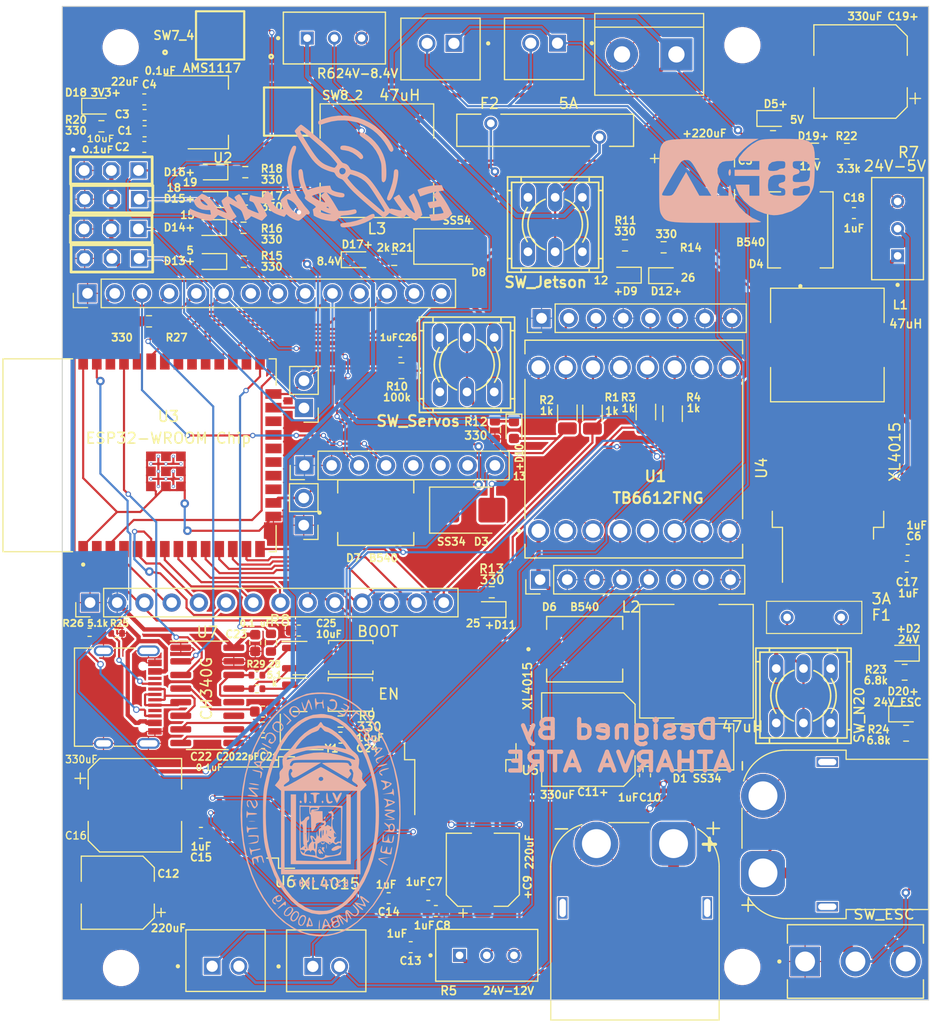
<source format=kicad_pcb>
(kicad_pcb (version 20240108) (generator "pcbnew") (generator_version "8.0")
  (layers (0 "F.Cu" signal) (31 "B.Cu" signal) (34 "B.Paste" user) (35 "F.Paste" user) (36 "B.SilkS" user "B.Silkscreen") (37 "F.SilkS" user "F.Silkscreen") (38 "B.Mask" user) (39 "F.Mask" user) (44 "Edge.Cuts" user))
  (net 0 "")
  (net 1 "/5V_P")
  (net 2 "GND")
  (net 3 "/3V3")
  (net 4 "Net-(U5-VC)")
  (net 5 "/12V")
  (net 6 "Net-(U6-VC)")
  (net 7 "/8.4V")
  (net 8 "Net-(U4-VC)")
  (net 9 "/5V")
  (net 10 "Net-(U7-XI)")
  (net 11 "Net-(U7-XO)")
  (net 12 "Net-(U7-V3)")
  (net 13 "Net-(Q1-C)")
  (net 14 "Net-(Q2-C)")
  (net 15 "/EN")
  (net 16 "Net-(D1-K)")
  (net 17 "Net-(D2-A)")
  (net 18 "Net-(D3-K)")
  (net 19 "Net-(U4-SW)")
  (net 20 "Net-(D5-A)")
  (net 21 "Net-(U5-SW)")
  (net 22 "Net-(U6-SW)")
  (net 23 "Net-(D8-K)")
  (net 24 "Net-(D9-K)")
  (net 25 "/12")
  (net 26 "Net-(D10-K)")
  (net 27 "/13")
  (net 28 "Net-(D11-K)")
  (net 29 "/25")
  (net 30 "Net-(D12-K)")
  (net 31 "/26")
  (net 32 "Net-(D13-K)")
  (net 33 "/5")
  (net 34 "Net-(D14-K)")
  (net 35 "/15")
  (net 36 "Net-(D15-K)")
  (net 37 "/18")
  (net 38 "Net-(D16-K)")
  (net 39 "/19")
  (net 40 "Net-(D17-A)")
  (net 41 "Net-(D18-K)")
  (net 42 "Net-(D19-A)")
  (net 43 "Net-(D20-A)")
  (net 44 "Net-(F1-Pad2)")
  (net 46 "Net-(F2-Pad2)")
  (net 47 "/M1A")
  (net 48 "/M1B")
  (net 49 "/M2A")
  (net 50 "/M2B")
  (net 51 "/8.4V_P")
  (net 52 "/24V")
  (net 53 "/24V_ESC")
  (net 54 "/A2")
  (net 55 "/A1")
  (net 56 "/B1")
  (net 57 "/B2")
  (net 58 "/12V_P")
  (net 59 "Net-(J14-CC1)")
  (net 60 "Net-(U7-UD+)")
  (net 61 "Net-(U7-UD-)")
  (net 63 "Net-(J14-CC2)")
  (net 65 "/VP")
  (net 66 "/VN")
  (net 67 "/34")
  (net 68 "/35")
  (net 69 "/32")
  (net 70 "/33")
  (net 71 "/27")
  (net 72 "/14")
  (net 73 "/23")
  (net 74 "/22")
  (net 75 "/TXD")
  (net 76 "/RXD")
  (net 77 "/21")
  (net 79 "/17")
  (net 80 "/16")
  (net 81 "/4")
  (net 82 "/0")
  (net 83 "/2")
  (net 84 "Net-(Q1-B)")
  (net 85 "Net-(Q1-E)")
  (net 86 "Net-(Q2-B)")
  (net 87 "Net-(Q2-E)")
  (net 88 "Net-(U5-FB)")
  (net 89 "Net-(U6-FB)")
  (net 90 "Net-(U4-FB)")
  (net 91 "Net-(U7-TXD)")
  (footprint "Capacitor_SMD:CP_Elec_6.3x7.7" (layer "F.Cu") (at 54.71 144.52 180)
    (property "Reference" "C12")
    (property "Value" "220uF")
  )
  (footprint "Resistor_SMD:R_0603_1608Metric" (layer "F.Cu") (at 105.665 84.29)
    (property "Reference" "R14")
    (property "Value" "330")
  )
  (footprint "Resistor_SMD:R_0603_1608Metric" (layer "F.Cu") (at 53.18 73)
    (property "Reference" "R20")
    (property "Value" "330")
  )
  (footprint "Package_TO_SOT_SMD:TO-263-5_TabPin3" (layer "F.Cu") (at 86.685 127.285 90)
    (property "Reference" "U5")
    (property "Value" "XL4015")
  )
  (footprint "Header Pins:Headers 1X03" (layer "F.Cu") (at 54.1 82.58 180)
    (property "Reference" "J6" (hide yes))
    (property "Value" "Conn_01x03_Pin" (hide yes))
  )
  (footprint "Connector_PinHeader_2.54mm:PinHeader_1x08_P2.54mm_Vertical" (layer "F.Cu") (at 94.13 115.31 90)
    (property "Reference" "J12" (hide yes))
    (property "Value" "Conn_01x08_Male" (hide yes))
  )
  (footprint "Header Pins:Headers 1X03" (layer "F.Cu") (at 54.16 85.33 180)
    (property "Reference" "J5" (hide yes))
    (property "Value" "Conn_01x03_Pin" (hide yes))
  )
  (footprint "Resistor_SMD:R_0603_1608Metric" (layer "F.Cu") (at 115.8775 73.93)
    (property "Reference" "R19")
    (property "Value" "1k")
  )
  (footprint "Connector:2 Pin JST" (layer "F.Cu") (at 84.836 65.786 180)
    (property "Reference" "J4" (hide yes))
    (property "Value" "B2B-XH-A_LF__SN_" (hide yes))
  )
  (footprint "Inductor_SMD:L_10.4x10.4_H4.8" (layer "F.Cu") (at 78.9 76.21 180)
    (property "Reference" "L3")
    (property "Value" "47uH")
  )
  (footprint "Diode_SMD:D_SMA" (layer "F.Cu") (at 85.86 84.22)
    (property "Reference" "D8")
    (property "Value" "SS54")
  )
  (footprint "Button_Switch_SMD:SW_Push_SPST_NO_Alps_SKRK" (layer "F.Cu") (at 76.46 122.56)
    (property "Reference" "SW6" (hide yes))
    (property "Value" "BOOT")
  )
  (footprint "RF_Module:ESP32-WROOM-32E__4MB_HIGH_TEMP_CHIP" (layer "F.Cu") (at 56.74 103.7 90)
    (property "Reference" "U3")
    (property "Value" "ESP32-WROOM Chip")
  )
  (footprint "Connector_PinHeader_2.54mm:PinHeader_1x14_P2.54mm_Vertical" (layer "F.Cu") (at 51.89 88.59 90)
    (property "Reference" "J17" (hide yes))
    (property "Value" "Conn_01x14_Pin" (hide yes))
  )
  (footprint "Capacitor_SMD:C_0603_1608Metric" (layer "F.Cu") (at 75.5 130.05)
    (property "Reference" "C24")
    (property "Value" " 10uF")
  )
  (footprint "Capacitor_SMD:CP_Elec_6.3x7.7" (layer "F.Cu") (at 88.79 142.38 90)
    (property "Reference" "+C9")
    (property "Value" "220uF")
  )
  (footprint "Connector_PinHeader_2.54mm:PinHeader_1x08_P2.54mm_Vertical" (layer "F.Cu") (at 94.27 90.91 90)
    (property "Reference" "J11" (hide yes))
    (property "Value" "Conn_01x08_Male" (hide yes))
  )
  (footprint "Potentiometer_THT:TrimPOT_3296" (layer "F.Cu") (at 74.93 64.77)
    (property "Reference" "R6")
    (property "Value" "24V-8.4V")
  )
  (footprint "Package_TO_SOT_SMD:TO-263-5_TabPin3" (layer "F.Cu") (at 121.01 105.6 90)
    (property "Reference" "U4")
    (property "Value" "XL4015")
  )
  (footprint "Resistor_SMD:R_0603_1608Metric" (layer "F.Cu") (at 66.615 77.28)
    (property "Reference" "R18")
    (property "Value" "330")
  )
  (footprint "Resistor_SMD:R_0603_1608Metric" (layer "F.Cu") (at 102.06 84.11 180)
    (property "Reference" "R11")
    (property "Value" "330")
  )
  (footprint "Capacitor_SMD:C_0603_1608Metric" (layer "F.Cu") (at 82.055 149.606)
    (property "Reference" "C13")
    (property "Value" "1uF")
  )
  (footprint "Diode_SMD:D_SMB" (layer "F.Cu") (at 87.48 108.82)
    (property "Reference" "D3")
    (property "Value" "SS34")
  )
  (footprint "Resistor_SMD:R_0603_1608Metric" (layer "F.Cu") (at 69.01 121.19 90)
    (property "Reference" "R8")
    (property "Value" "330 ")
  )
  (footprint "Capacitor_SMD:CP_Elec_8x10.5" (layer "F.Cu") (at 98.64 130.23 180)
    (property "Reference" "C11+")
    (property "Value" "330uF")
  )
  (footprint "Capacitor_SMD:C_0603_1608Metric" (layer "F.Cu") (at 128.365 114.1 180)
    (property "Reference" "C17")
    (property "Value" "1uF")
  )
  (footprint "LED_SMD:LED_0603_1608Metric" (layer "F.Cu") (at 52.832 71.12)
    (property "Reference" "D18")
    (property "Value" "3V3+")
  )
  (footprint "Connector_PinHeader_2.54mm:PinHeader_1x08_P2.54mm_Vertical" (layer "F.Cu") (at 72.136 104.648 90)
    (property "Reference" "J15" (hide yes))
    (property "Value" "Conn_01x08_Male" (hide yes))
  )
  (footprint "Resistor_SMD:R_0603_1608Metric" (layer "F.Cu") (at 89.916 101.346 -90)
    (property "Reference" "R12")
    (property "Value" "330")
  )
  (footprint "Resistor_SMD:R_0603_1608Metric" (layer "F.Cu") (at 66.5775 79.83)
    (property "Reference" "R17")
    (property "Value" "330")
  )
  (footprint "MountingHole:MountingHole_3.2mm_M3" (layer "F.Cu") (at 54.98 65.62)
    (property "Reference" "H2" (hide yes))
    (property "Value" "MountingHole" (hide yes))
  )
  (footprint "Switches:Tactile Smd 2x2" (layer "F.Cu") (at 64.262 64.516)
    (property "Reference" "SW7_4")
    (property "Value" "SW_Push_Dual" (hide yes))
  )
  (footprint "Capacitor_SMD:C_0603_1608Metric" (layer "F.Cu") (at 57.215 71.95 180)
    (property "Reference" "C3")
    (property "Value" "22uF")
  )
  (footprint "Capacitor_SMD:C_0603_1608Metric" (layer "F.Cu") (at 68.275 130.56)
    (property "Reference" "C21")
    (property "Value" "22pF")
  )
  (footprint "Capacitor_SMD:C_0603_1608Metric" (layer "F.Cu") (at 68.275 127.62)
    (property "Reference" "C22")
    (property "Value" "0.1uF")
  )
  (footprint "Button_Switch_SMD:SW_Push_SPST_NO_Alps_SKRK" (layer "F.Cu") (at 76.42 126.02)
    (property "Reference" "SW5" (hide yes))
    (property "Value" "EN")
  )
  (footprint "LED_SMD:LED_0603_1608Metric" (layer "F.Cu") (at 63.4825 79.84 180)
    (property "Reference" "D15+")
    (property "Value" "18")
  )
  (footprint "Package_TO_SOT_SMD:SOT-23" (layer "F.Cu") (at 71.7225 126.06)
    (property "Reference" "Q1" (hide yes))
    (property "Value" "SS8050" (hide yes))
  )
  (footprint "Package_TO_SOT_SMD:SOT-23" (layer "F.Cu") (at 71.7175 122.63)
    (property "Reference" "Q2" (hide yes))
    (property "Value" "SS8050" (hide yes))
  )
  (footprint "Switches:Tactile Smd 2x2" (layer "F.Cu") (at 70.612 71.628 -90)
    (property "Reference" "SW8_2")
    (property "Value" "SW_Push_Dual" (hide yes))
  )
  (footprint "LED_SMD:LED_0603_1608Metric" (layer "F.Cu") (at 63.3925 85.62 180)
    (property "Reference" "D13+")
    (property "Value" "5")
  )
  (footprint "Capacitor_SMD:C_0603_1608Metric" (layer "F.Cu") (at 71.615 120.06)
    (property "Reference" "C25")
    (property "Value" " 10uF")
  )
  (footprint "Header Pins:Headers 1X03" (layer "F.Cu") (at 54.11 77.12 180)
    (property "Reference" "J8" (hide yes))
    (property "Value" "Conn_01x03_Pin" (hide yes))
  )
  (footprint "Switches:6 Pin THT Push Switch" (layer "F.Cu") (at 87.31 95.25)
    (property "Reference" "SW3" (hide yes))
    (property "Value" "SW_Servos")
  )
  (footprint "Resistor_SMD:R_0805_2012Metric" (layer "F.Cu") (at 122.78 75.32 180)
    (property "Reference" "R22")
    (property "Value" "3.3k")
  )
  (footprint "LED_SMD:LED_0603_1608Metric" (layer "F.Cu") (at 91.694 101.346 -90)
    (property "Reference" "+D10")
    (property "Value" "13")
  )
  (footprint "LED_SMD:LED_0603_1608Metric" (layer "F.Cu") (at 128.0415 122.174 180)
    (property "Reference" "+D2")
    (property "Value" "24V")
  )
  (footprint "Inductor_SMD:L_10.4x10.4_H4.8" (layer "F.Cu") (at 120.95 93.41)
    (property "Reference" "L1")
    (property "Value" "47uH")
  )
  (footprint "Capacitor_SMD:C_0603_1608Metric" (layer "F.Cu") (at 62.47 138.94)
    (property "Reference" "C15")
    (property "Value" "1uF")
  )
  (footprint "Connector_PinHeader_2.54mm:PinHeader_1x02_P2.54mm_Vertical" (layer "F.Cu") (at 72.07 110.225 180)
    (property "Reference" "J18" (hide yes))
    (property "Value" "Conn_01x02_Pin" (hide yes))
  )
  (footprint "LED_SMD:LED_0603_1608Metric" (layer "F.Cu") (at 102.09 86.89 180)
    (property "Reference" "+D9")
    (property "Value" "12")
  )
  (footprint "LED_SMD:LED_0603_1608Metric" (layer "F.Cu") (at 63.36 82.45 180)
    (property "Reference" "D14+")
    (property "Value" "15")
  )
  (footprint "Resistor_SMD:R_0402_1005Metric" (layer "F.Cu") (at 67.7 124.22 180)
    (property "Reference" "R29,28")
    (property "Value" "5.1")
  )
  (footprint "MountingHole:MountingHole_3.2mm_M3" (layer "F.Cu") (at 113.02 65.43)
    (property "Reference" "H3" (hide yes))
    (property "Value" "MountingHole" (hide yes))
  )
  (footprint "Resistor_SMD:R_0402_1005Metric" (layer "F.Cu") (at 54.6 120.32)
    (property "Reference" "R25")
    (property "Value" "5.1 k" (hide yes))
  )
  (footprint "LED_SMD:LED_0603_1608Metric" (layer "F.Cu") (at 115.86 72.27)
    (property "Reference" "D5+")
    (property "Value" "5V")
  )
  (footprint "Resistor_SMD:R_0603_1608Metric" (layer "F.Cu") (at 75.505 128.55)
    (property "Reference" "R9")
    (property "Value" "330 ")
  )
  (footprint "Header Pins:Headers 1X03" (layer "F.Cu") (at 54.17 79.8 180)
    (property "Reference" "J7" (hide yes))
    (property "Value" "Conn_01x03_Pin" (hide yes))
  )
  (footprint "Diode_SMD:Diode B540" (layer "F.Cu") (at 78.7925 109.06)
    (property "Reference" "D7")
    (property "Value" "B540")
  )
  (footprint "Resistor_SMD:R_1206_3216Metric" (layer "F.Cu") (at 106.5 99.8225 90)
    (property "Reference" "R4")
    (property "Value" "1k")
  )
  (footprint "Switches:6 Pin THT Push Switch" (layer "F.Cu") (at 118.72 126.14 180)
    (property "Reference" "SW2" (hide yes))
    (property "Value" "SW_N20")
  )
  (footprint "Diode_SMD:Diode B540" (layer "F.Cu") (at 98.295 121.8)
    (property "Reference" "D6")
    (property "Value" "B540")
  )
  (footprint "Connector:2 Pin JST" (layer "F.Cu") (at 64.77 150.859)
    (property "Reference" "J1" (hide yes))
    (property "Value" "B2B-XH-A_LF__SN_" (hide yes))
  )
  (footprint "Connector:2 Pin JST" (layer "F.Cu") (at 74.168 150.876)
    (property "Reference" "J2" (hide yes))
    (property "Value" "B2B-XH-A_LF__SN_" (hide yes))
  )
  (footprint "LED_SMD:LED_0603_1608Metric" (layer "F.Cu") (at 89.46 118.1 180)
    (property "Reference" "+D11")
    (property "Value" "25")
  )
  (footprint "Motor driver:TB6612FNG" (layer "F.Cu") (at 102.88 103.12 90)
    (property "Reference" "U1")
    (property "Value" "TB6612FNG")
  )
  (footprint "Resistor_SMD:R_0603_1608Metric" (layer "F.Cu") (at 66.475 85.64)
    (property "Reference" "R15")
    (property "Value" "330")
  )
  (footprint "Capacitor_SMD:C_0603_1608Metric" (layer "F.Cu") (at 57.185 74.93 180)
    (property "Reference" "C2")
    (property "Value" "0.1uF")
  )
  (footprint "Capacitor_SMD:C_0603_1608Metric" (layer "F.Cu") (at 103.93 133.565 90)
    (property "Reference" "C10")
    (property "Value" "1uF")
  )
  (footprint "Connector_PinHeader_2.54mm:PinHeader_1x14_P2.54mm_Vertical" (layer "F.Cu") (at 52.12 117.45 90)
    (property "Reference" "J16" (hide yes))
    (property "Value" "Conn_01x14_Pin" (hide yes))
  )
  (footprint "LED_SMD:LED_0603_1608Metric" (layer "F.Cu") (at 63.5 77.26 180)
    (property "Reference" "D16+")
    (property "Value" "19")
  )
  (footprint "Connector_AMASS:AMASS_XT60PW-M_1x02_P7.20mm_Horizontal" (layer "F.Cu") (at 106.59 139.94 180)
    (property "Reference" "J9" (hide yes))
    (property "Value" "XT60" (hide yes))
  )
  (footprint "Resistor_SMD:R_0402_1005Metric" (layer "F.Cu") (at 52.08 120.22)
    (property "Reference" "R26")
    (property "Value" "5.1k")
  )
  (footprint "LED_SMD:LED_0603_1608Metric" (layer "F.Cu") (at 105.76 86.94)
    (property "Reference" "D12+")
    (property "Value" "26")
  )
  (footprint "Capacitor_SMD:C_0603_1608Metric" (layer "F.Cu") (at 128.45 112.52)
    (property "Reference" "C6")
    (property "Value" "1uF")
  )
  (footprint "Resistor_SMD:R_0603_1608Metric" (layer "F.Cu") (at 57.625 91.2)
    (property "Reference" "R27")
    (property "Value" "330 ")
  )
  (footprint "Capacitor_SMD:C_0603_1608Metric" (layer "F.Cu") (at 79.997 145.034)
    (property "Reference" "C14")
    (property "Value" "1uF")
  )
  (footprint "Potentiometer_THT:TrimPOT_3296" (layer "F.Cu") (at 127.508 82.55 90)
    (property "Reference" "R7")
    (property "Value" "24V-5V")
  )
  (footprint "Capacitor_SMD:C_0603_1608Metric" (layer "F.Cu") (at 57.185 70.49 180)
    (property "Reference" "C4")
    (property "Value" "0.1uF")
  )
  (footprint "Fuse:5A PTC Fuse RGEF500" (layer "F.Cu") (at 94.61 73.37)
    (property "Reference" "F2")
    (property "Value" "5A")
  )
  (footprint "LED_SMD:LED_0603_1608Metric" (layer "F.Cu") (at 119.3325 75.31)
    (property "Reference" "D19+")
    (property "Value" "12V")
  )
  (footprint "Capacitor_SMD:C_0603_1608Metric" (layer "F.Cu") (at 67.54 121.22 90)
    (property "Reference" "C23")
    (property "Value" "0.1 uF")
  )
  (footprint "Capacitor_SMD:CP_Elec_8x10.5" (layer "F.Cu") (at 56.31 136.36)
    (property "Reference" "C16")
    (property "Value" "330uF")
  )
  (footprint "Diode_SMD:D_SMB" (layer "F.Cu") (at 108.55 130.92 180)
    (property "Reference" "D1")
    (property "Value" "SS34")
  )
  (footprint "Package_TO_SOT_SMD:TO-263-5_TabPin3" (layer "F.Cu") (at 74.54 137.04)
    (property "Reference" "U6")
    (property "Value" "XL4015")
  )
  (footprint "Connector_PinHeader_2.54mm:PinHeader_1x02_P2.54mm_Vertical" (layer "F.Cu") (at 72.09 99.285 180)
    (property "Reference" "J19" (hide yes))
    (property "Value" "Conn_01x02_Pin" (hide yes))
  )
  (footprint "Resistor_SMD:R_0603_1608Metric" (layer "F.Cu") (at 80.515 85.46 180)
    (property "Reference" "R21")
    (property "Value" "2k")
  )
  (footprint "LED_SMD:LED_0603_1608Metric" (layer "F.Cu") (at 128.17 127.84)
    (property "Reference" "D20+")
    (property "Value" "24V_ESC")
  )
  (footprint "TerminalBlock:TerminalBlock_bornier-2_P5.08mm" (layer "F.Cu") (at 106.86 66.29 180)
    (property "Reference" "J13" (hide yes))
    (property "Value" "Screw_Terminal_01x02" (hide yes))
  )
  (footprint "Potentiometer_THT:TrimPOT_3296" (layer "F.Cu") (at 89.154 150.368)
    (property "Reference" "R5")
    (property "Value" "24V-12V")
  )
  (footprint "Connector_USB:USB_C_Receptacle_G-Switch_GT-USB-7010ASV" (layer "F.Cu") (at 54.45 126.27 -90)
    (property "Reference" "J14" (hide yes))
    (property "Value" "USB_C_Receptacle_USB2.0" (hide yes))
  )
  (footprint "Capacitor_SMD:CP_Elec_8x10.5" (layer "F.Cu") (at 124.05 67.89 180)
    (property "Reference" "C19+")
    (property "Value" "330uF")
  )
  (footprint "Resistor_SMD:R_1206_3216Metric" (layer "F.Cu") (at 96.68 99.73 90)
    (property "Reference" "R2")
    (property "Value" "1k")
  )
  (footprint "Package_TO_SOT_SMD:SOT-223-3_TabPin2" (layer "F.Cu") (at 63.13 71.69)
    (property "Reference" "U2")
    (property "Value" "AMS1117")
  )
  (footprint "Capacitor_SMD:C_0603_1608Metric" (layer "F.Cu") (at 68.255 129.1)
    (property "Reference" "C20")
    (property "Value" "22 pF" (hide yes))
  )
  (footprint "MountingHole:MountingHole_3.2mm_M3" (layer "F.Cu") (at 55.01 151.55)
    (property "Reference" "H4" (hide yes))
    (property "Value" "MountingHole" (hide yes))
  )
  (footprint "MountingHole:MountingHole_3.2mm_M3" (layer "F.Cu") (at 113.01 151.45)
    (property "Reference" "H1" (hide yes))
    (property "Value" "MountingHole" (hide yes))
  )
  (footprint "Capacitor_SMD:C_0603_1608Metric" (layer "F.Cu") (at 81.08 94.05)
    (property "Reference" "C26")
    (property "Value" "1uF")
  )
  (footprint "Capacitor_SMD:C_0603_1608Metric" (layer "F.Cu") (at 57.215 73.47 180)
    (property "Reference" "C1")
    (property "Value" " 10uF")
  )
  (footprint "Inductor_SMD:L_10.4x10.4_H4.8" (layer "F.Cu") (at 108.73 122.92 90)
    (property "Reference" "L2")
    (property "Value" "47uH")
  )
  (footprint "LED_SMD:LED_0603_1608Metric" (layer "F.Cu") (at 77.0625 85.45)
    (property "Reference" "D17+")
    (property "Value" "8.4V")
  )
  (footprint "Capacitor_SMD:CP_Elec_6.3x7.7" (layer "F.Cu") (at 108.87 77.85)
    (property "Reference" "C5")
    (property "Value" "+220uF")
  )
  (footprint "Fuse:RUEF160" (layer "F.Cu") (at 122.245 118.83 180)
    (property "Reference" "F1")
    (property "Value" "3A")
  )
  (footprint "Capacitor_SMD:C_0603_1608Metric" (layer "F.Cu") (at 123.431 81.1)
    (property "Reference" "C18")
    (property "Value" "1uF")
  )
  (footprint "Resistor_SMD:R_0805_2012Metric" (layer "F.Cu") (at 128.1665 123.952 180)
    (property "Reference" "R23")
    (property "Value" "6.8k")
  )
  (footprint "Switches:6 Pin THT Push Switch" (layer "F.Cu") (at 95.54 82.17)
    (property "Reference" "SW4" (hide yes))
    (property "Value" "SW_Jetson")
  )
  (footprint "Switches:3pin High Current SPDT Switch" (layer "F.Cu") (at 123.57 150.94)
    (property "Reference" "SW_1" (hide yes))
    (property "Value" "SW_ESC")
  )
  (footprint "Resistor_SMD:R_0805_2012Metric" (layer "F.Cu") (at 128.3 129.64)
    (property "Reference" "R24")
    (property "Value" "6.8k")
  )
  (footprint "Resistor_SMD:R_1206_3216Metric" (layer "F.Cu") (at 104.01 99.6625 90)
    (property "Reference" "R3")
    (property "Value" "1k")
  )
  (footprint "Resistor_SMD:R_0805_2012Metric" (layer "F.Cu") (at 81.19 95.81)
    (property "Reference" "R10")
    (property "Value" "100k")
  )
  (footprint "Crystal:Crystal_SMD_3225-4Pin_3.2x2.5mm" (layer "F.Cu") (at 71.88 129.52)
    (property "Reference" "Y1")
    (property "Value" "12MHz" (hide yes))
  )
  (footprint "Diode_SMD:Diode B540" (layer "F.Cu") (at 118.43 82.6675 90)
    (property "Reference" "D4")
    (property "Value" "B540")
  )
  (footprint "Resistor_SMD:R_0402_1005Metric" (layer "F.Cu") (at 67.7 125.49 180)
    (property "Reference" "R28" (hide yes))
    (property "Value" "5.1k" (hide yes))
  )
  (footprint "Capacitor_SMD:C_0603_1608Metric" (layer "F.Cu") (at 84.405 146.23)
    (property "Reference" "C8")
    (property "Value" "1uF")
  )
  (footprint "Resistor_SMD:R_1206_3216Metric" (layer "F.Cu") (at 99.02 99.7475 90)
    (property "Reference" "R1")
    (property "Value" "1k")
  )
  (footprint "Package_SO:SOIC-16_3.9x9.9mm_P1.27mm" (layer "F.Cu") (at 63.065 126.105)
    (property "Reference" "U7")
    (property "Value" "CH340G")
  )
  (footprint "Connector:2 Pin JST" (layer "F.Cu") (at 94.508 65.769 180)
    (property "Reference" "J3" (hide yes))
    (property "Value" "B2B-XH-A_LF__SN_" (hide yes))
  )
  (footprint "Capacitor_SMD:C_0603_1608Metric" (layer "F.Cu") (at 83.695 144.74)
    (property "Reference" "C7")
    (property "Value" "1uF")
  )
  (footprint "Resistor_SMD:R_0603_1608Metric" (layer "F.Cu") (at 89.62 116.48 180)
    (property "Reference" "R13")
    (property "Value" "330")
  )
  (footprint "Connector_AMASS:AMASS_XT60PW-F_1x02_P7.20mm_Horizontal" (layer "F.Cu") (at 114.94 142.68 -90)
    (property "Reference" "J10" (hide yes))
    (property "Value" "XT60" (hide yes))
  )
  (footprint "Resistor_SMD:R_0603_1608Metric" (layer "F.Cu") (at 66.45 82.47)
    (property "Reference" "R16")
    (property "Value" "330")
  )
  (footprint "Assets:EvoBorne Footprint" (layer "B.Cu") (at 73.92377 78.155294 180)
    (property "Reference" "G***" (hide yes))
    (property "Value" "LOGO" (hide yes))
  )
  (footprint "Assets:SRA Footprint" (layer "B.Cu") (at 112.522 77.978 180)
    (property "Reference" "G***" (hide yes))
    (property "Value" "LOGO" (hide yes))
  )
  (footprint "Assets:VJTI Footprint" (layer "B.Cu") (at 73.66 137.16 180)
    (property "Reference" "G***" (hide yes))
    (property "Value" "LOGO" (hide yes))
  )
  (gr_rect (start 49.53 61.81) (end 130.4 154.538) (stroke (width 0.1)) (fill none) (layer "Edge.Cuts"))
  (gr_text "Designed By\n" (at 110.998 130.302 0) (layer "B.SilkS") (effects (font (size 1.75 2) (thickness 0.4) (bold yes)) (justify left bottom mirror)))
  (gr_text "ATHARVA ATRE\n" (at 112.268 133.35 0) (layer "B.SilkS") (effects (font (size 1.75 2) (thickness 0.4) (bold yes)) (justify left bottom mirror)))
  (gr_text "+" (at 108.81 140.77 0) (layer "F.SilkS") (effects (font (size 1.5 1.5) (thickness 0.3) (bold yes)) (justify left bottom)))
  (segment (start 60.198 105.9) (end 60.6 105.9) (width 0.2) (layer "F.Cu") (net 0))
  (segment (start 57.8 105.9) (end 59.2 105.9) (width 0.2) (layer "F.Cu") (net 0))
  (segment (start 58.928 104.5) (end 59.2 104.5) (width 0.2) (layer "F.Cu") (net 0))
  (segment (start 58.5 105.2) (end 58.5 106.6) (width 0.2) (layer "F.Cu") (net 0))
  (segment (start 58.6 104.5) (end 58.928 104.5) (width 0.2) (layer "F.Cu") (net 0))
  (segment (start 59.9 104.4) (end 59.9 103.8) (width 0.2) (layer "F.Cu") (net 0))
  (segment (start 60.08 105.9) (end 60.198 105.9) (width 0.2) (layer "F.Cu") (net 0))
  (segment (start 59.69 105.9) (end 60.198 105.9) (width 0.2) (layer "F.Cu") (net 0))
  (segment (start 59.8 104.5) (end 59.9 104.4) (width 0.2) (layer "F.Cu") (net 0))
  (segment (start 59.69 104.5) (end 59.8 104.5) (width 0.2) (layer "F.Cu") (net 0))
  (segment (start 59.2 105.9) (end 59.69 105.9) (width 0.2) (layer "F.Cu") (net 0))
  (segment (start 60.6 104.5) (end 59.69 104.5) (width 0.2) (layer "F.Cu") (net 0))
  (segment (start 58.5 103.8) (end 58.5 104.4) (width 0.2) (layer "F.Cu") (net 0))
  (segment (start 57.8 104.5) (end 58.928 104.5) (width 0.2) (layer "F.Cu") (net 0))
  (segment (start 59.69 105.9) (end 59.9 106.11) (width 0.2) (layer "F.Cu") (net 0))
  (segment (start 59.9 106.11) (end 59.9 106.6) (width 0.2) (layer "F.Cu") (net 0))
  (segment (start 59.9 105.2) (end 59.9 105.72) (width 0.2) (layer "F.Cu") (net 0))
  (segment (start 58.6 104.5) (end 58.5 104.6) (width 0.2) (layer "F.Cu") (net 0))
  (segment (start 58.5 104.6) (end 58.5 105.2) (width 0.2) (layer "F.Cu") (net 0))
  (segment (start 59.2 104.5) (end 59.69 104.5) (width 0.2) (layer "F.Cu") (net 0))
  (segment (start 59.9 105.72) (end 60.08 105.9) (width 0.2) (layer "F.Cu") (net 0))
  (segment (start 58.5 104.4) (end 58.6 104.5) (width 0.2) (layer "F.Cu") (net 0))
  (segment (start 103.75 69.39) (end 76.152 69.39) (width 0.4) (layer "F.Cu") (net 1))
  (segment (start 62.92 75.41) (end 62.92 73.99) (width 0.4) (layer "F.Cu") (net 1))
  (segment (start 106.78 66.36) (end 103.75 69.39) (width 0.4) (layer "F.Cu") (net 1))
  (segment (start 50.25 78.182) (end 50.27 78.162) (width 0.4) (layer "F.Cu") (net 1))
  (segment (start 56.796117 128.535) (end 56.661117 128.67) (width 0.4) (layer "F.Cu") (net 1))
  (segment (start 59.49 75.87) (end 59.7 75.87) (width 0.4) (layer "F.Cu") (net 1))
  (segment (start 50.27 76.48) (end 51.02 75.73) (width 0.4) (layer "F.Cu") (net 1))
  (segment (start 98.08 84.71) (end 98.08 79.63) (width 0.4) (layer "F.Cu") (net 1))
  (segment (start 51.02 75.73) (end 59.35 75.73) (width 0.4) (layer "F.Cu") (net 1))
  (segment (start 50.57 118.2) (end 50.57 87.61) (width 0.4) (layer "F.Cu") (net 1))
  (segment (start 113.18 73.93) (end 112.61 73.36) (width 0.2) (layer "F.Cu") (net 1))
  (segment (start 58.175 128.67) (end 57.448883 128.67) (width 0.4) (layer "F.Cu") (net 1))
  (segment (start 58.55 74.93) (end 59.49 75.87) (width 0.4) (layer "F.Cu") (net 1))
  (segment (start 57.96 74.93) (end 58.55 74.93) (width 0.4) (layer "F.Cu") (net 1))
  (segment (start 58.497792 121.05) (end 59.195 121.747208) (width 0.4) (layer "F.Cu") (net 1))
  (segment (start 76.152 69.39) (end 71.552 73.99) (width 0.4) (layer "F.Cu") (net 1))
  (segment (start 71.552 73.99) (end 62.92 73.99) (width 0.4) (layer "F.Cu") (net 1))
  (segment (start 50.57 87.61) (end 50.25 87.29) (width 0.4) (layer "F.Cu") (net 1))
  (segment (start 56.652208 121.05) (end 58.497792 121.05) (width 0.4) (layer "F.Cu") (net 1))
  (segment (start 50.97 118.6) (end 50.57 118.2) (width 0.4) (layer "F.Cu") (net 1))
  (segment (start 59.35 75.73) (end 59.49 75.87) (width 0.4) (layer "F.Cu") (net 1))
  (segment (start 59.7 75.87) (end 62.46 75.87) (width 0.4) (layer "F.Cu") (net 1))
  (segment (start 55.64 127.94) (end 55.64 122.062208) (width 0.4) (layer "F.Cu") (net 1))
  (segment (start 50.27 78.162) (end 50.27 76.48) (width 0.4) (layer "F.Cu") (net 1))
  (segment (start 50.25 87.29) (end 50.25 78.182) (width 0.4) (layer "F.Cu") (net 1))
  (segment (start 62.46 75.87) (end 62.92 75.41) (width 0.4) (layer "F.Cu") (net 1))
  (segment (start 57.448883 128.67) (end 57.313883 128.535) (width 0.4) (layer "F.Cu") (net 1))
  (segment (start 59.195 121.747208) (end 59.195 123.77) (width 0.4) (layer "F.Cu") (net 1))
  (segment (start 59.195 123.77) (end 59.095 123.87) (width 0.4) (layer "F.Cu") (net 1))
  (segment (start 56.661117 128.67) (end 56.37 128.67) (width 0.4) (layer "F.Cu") (net 1))
  (segment (start 56.652208 121.05) (end 55.64 122.062208) (width 0.4) (layer "F.Cu") (net 1))
  (segment (start 56.652208 120.642208) (end 54.61 118.6) (width 0.4) (layer "F.Cu") (net 1))
  (segment (start 57.313883 128.535) (end 56.796117 128.535) (width 0.4) (layer "F.Cu") (net 1))
  (segment (start 54.61 118.6) (end 50.97 118.6) (width 0.4) (layer "F.Cu") (net 1))
  (segment (start 59.095 123.87) (end 58.175 123.87) (width 0.4) (layer "F.Cu") (net 1))
  (segment (start 56.37 128.67) (end 55.64 127.94) (width 0.4) (layer "F.Cu") (net 1))
  (segment (start 115.0525 73.93) (end 113.18 73.93) (width 0.2) (layer "F.Cu") (net 1))
  (segment (start 59.46 73.47) (end 59.98 73.99) (width 0.4) (layer "F.Cu") (net 1))
  (segment (start 57.99 73.47) (end 59.46 73.47) (width 0.4) (layer "F.Cu") (net 1))
  (segment (start 56.652208 121.05) (end 56.652208 120.642208) (width 0.4) (layer "F.Cu") (net 1))
  (segment (start 62.92 73.99) (end 59.98 73.99) (width 0.4) (layer "F.Cu") (net 1))
  (via (at 112.61 73.36) (size 0.8) (drill 0.4) (layers "F.Cu" "B.Cu") (net 1))
  (segment (start 106.78 66.36) (end 103.158 62.738) (width 0.4) (layer "B.Cu") (net 1))
  (segment (start 112.61 73.38) (end 112.6 73.37) (width 0.2) (layer "B.Cu") (net 1))
  (segment (start 106.86 66.29) (end 106.86 67.63) (width 0.2) (layer "B.Cu") (net 1))
  (segment (start 112.59 73.36) (end 112.61 73.36) (width 0.2) (layer "B.Cu") (net 1))
  (segment (start 80.264 69.654) (end 91.9608 81.3508) (width 0.4) (layer "B.Cu") (net 1))
  (segment (start 103.158 62.738) (end 83.566 62.738) (width 0.4) (layer "B.Cu") (net 1))
  (segment (start 96.3592 81.3508) (end 98.08 79.63) (width 0.4) (layer "B.Cu") (net 1))
  (segment (start 112.61 73.36) (end 112.61 73.38) (width 0.2) (layer "B.Cu") (net 1))
  (segment (start 106.86 67.63) (end 112.59 73.36) (width 0.2) (layer "B.Cu") (net 1))
  (segment (start 80.264 66.04) (end 80.264 69.654) (width 0.4) (layer "B.Cu") (net 1))
  (segment (start 83.566 62.738) (end 80.264 66.04) (width 0.4) (layer "B.Cu") (net 1))
  (segment (start 91.9608 81.3508) (end 96.3592 81.3508) (width 0.4) (layer "B.Cu") (net 1))
  (segment (start 51.48 94.95) (end 51.48 105.83) (width 0.2) (layer "F.Cu") (net 2))
  (segment (start 59.755025 103.45) (end 60.25 103.45) (width 0.2) (layer "F.Cu") (net 2))
  (segment (start 60.25 103.45) (end 60.6 103.8) (width 0.2) (layer "F.Cu") (net 2))
  (segment (start 69.24 109.415) (end 67.911 110.744) (width 0.2) (layer "F.Cu") (net 2))
  (segment (start 58.262 107.538) (end 59.2 106.6) (width 0.2) (layer "F.Cu") (net 2))
  (segment (start 57.8 103.8) (end 58.15 103.45) (width 0.2) (layer "F.Cu") (net 2))
  (segment (start 60.6 103.8) (end 60.95 104.15) (width 0.2) (layer "F.Cu") (net 2))
  (segment (start 57.8 106.6) (end 58.262 107.062) (width 0.2) (layer "F.Cu") (net 2))
  (segment (start 59.2 103.8) (end 59.405025 103.8) (width 0.2) (layer "F.Cu") (net 2))
  (segment (start 60.96 106.96) (end 60.6 106.6) (width 0.2) (layer "F.Cu") (net 2))
  (segment (start 60.95 104.15) (end 60.95 104.85) (width 0.2) (layer "F.Cu") (net 2))
  (segment (start 57.45 106.25) (end 57.45 105.55) (width 0.2) (layer "F.Cu") (net 2))
  (segment (start 60.95 106.25) (end 60.6 106.6) (width 0.2) (layer "F.Cu") (net 2))
  (segment (start 59.405025 103.8) (end 59.755025 103.45) (width 0.2) (layer "F.Cu") (net 2))
  (segment (start 71.26 109.415) (end 72.07 110.225) (width 0.2) (layer "F.Cu") (net 2))
  (segment (start 56.81 108.99) (end 58.262 107.538) (width 0.2) (layer "F.Cu") (net 2))
  (segment (start 57.8 106.6) (end 57.45 106.25) (width 0.2) (layer "F.Cu") (net 2))
  (segment (start 58.85 103.45) (end 59.2 103.8) (width 0.2) (layer "F.Cu") (net 2))
  (segment (start 83.285 133.18708) (end 78.52 128.42208) (width 0.2) (layer "F.Cu") (net 2))
  (segment (start 59.405025 105.2) (end 59.755025 104.85) (width 0.2) (layer "F.Cu") (net 2))
  (segment (start 111.91 110.88) (end 111.77 110.74) (width 0.2) (layer "F.Cu") (net 2))
  (segment (start 59.2 105.2) (end 59.405025 105.2) (width 0.2) (layer "F.Cu") (net 2))
  (segment (start 67.911 110.744) (end 61.214 110.744) (width 0.2) (layer "F.Cu") (net 2))
  (segment (start 51.48 112.45) (end 51.48 112.15) (width 0.2) (layer "F.Cu") (net 2))
  (segment (start 60.6 106.6) (end 60.25 106.95) (width 0.2) (layer "F.Cu") (net 2))
  (segment (start 78.52 128.42208) (end 78.52 126.02) (width 0.2) (layer "F.Cu") (net 2))
  (segment (start 83.285 134.935) (end 83.285 133.18708) (width 0.2) (layer "F.Cu") (net 2))
  (segment (start 60.95 105.55) (end 60.95 106.25) (width 0.2) (layer "F.Cu") (net 2))
  (segment (start 60.96 108.204) (end 60.96 106.96) (width 0.2) (layer "F.Cu") (net 2))
  (segment (start 51.48 112.15) (end 54.64 108.99) (width 0.2) (layer "F.Cu") (net 2))
  (segment (start 57.45 105.55) (end 57.8 105.2) (width 0.2) (layer "F.Cu") (net 2))
  (segment (start 69.24 109.415) (end 71.26 109.415) (width 0.2) (layer "F.Cu") (net 2))
  (segment (start 57.45 104.15) (end 57.45 104.85) (width 0.2) (layer "F.Cu") (net 2))
  (segment (start 57.45 104.85) (end 57.8 105.2) (width 0.2) (layer "F.Cu") (net 2))
  (segment (start 59.755025 104.85) (end 60.25 104.85) (width 0.2) (layer "F.Cu") (net 2))
  (segment (start 51.48 105.83) (end 54.64 108.99) (width 0.2) (layer "F.Cu") (net 2))
  (segment (start 60.25 104.85) (end 60.6 105.2) (width 0.2) (layer "F.Cu") (net 2))
  (segment (start 60.25 106.95) (end 59.55 106.95) (width 0.2) (layer "F.Cu") (net 2))
  (segment (start 60.6 105.2) (end 60.95 105.55) (width 0.2) (layer "F.Cu") (net 2))
  (segment (start 54.64 108.99) (end 56.81 108.99) (width 0.2) (layer "F.Cu") (net 2))
  (segment (start 111.91 115.31) (end 111.91 110.88) (width 0.2) (layer "F.Cu") (net 2))
  (segment (start 59.55 106.95) (end 59.2 106.6) (width 0.2) (layer "F.Cu") (net 2))
  (segment (start 60.95 104.85) (end 60.6 105.2) (width 0.2) (layer "F.Cu") (net 2))
  (segment (start 58.262 107.062) (end 58.262 107.538) (width 0.2) (layer "F.Cu") (net 2))
  (segment (start 58.15 103.45) (end 58.85 103.45) (width 0.2) (layer "F.Cu") (net 2))
  (segment (start 57.8 103.8) (end 57.45 104.15) (width 0.2) (layer "F.Cu") (net 2))
  (via (at 60.96 108.204) (size 0.8) (drill 0.4) (layers "F.Cu" "B.Cu") (net 2))
  (via (at 61.214 110.744) (size 0.8) (drill 0.4) (layers "F.Cu" "B.Cu") (net 2))
  (segment (start 60.96 110.49) (end 60.96 108.204) (width 0.2) (layer "B.Cu") (net 2))
  (segment (start 61.214 110.744) (end 60.96 110.49) (width 0.2) (layer "B.Cu") (net 2))
  (segment (start 57.164817 119.954817) (end 63.834817 119.954817) (width 0.4) (layer "F.Cu") (net 3))
  (segment (start 55.48 70.061117) (end 55.268883 69.85) (width 0.4) (layer "F.Cu") (net 3))
  (segment (start 54.15 71.12) (end 54.04 71.23) (width 0.4) (layer "F.Cu") (net 3))
  (segment (start 66.755 120.445) (end 65.54 121.66) (width 0.4) (layer "F.Cu") (net 3))
  (segment (start 86.33 91.671389) (end 86.921389 91.08) (width 0.2) (layer "F.Cu") (net 3))
  (segment (start 83.688611 95.81) (end 86.33 93.168611) (width 0.2) (layer "F.Cu") (net 3))
  (segment (start 55.48 71.12) (end 54.15 71.12) (width 0.4) (layer "F.Cu") (net 3))
  (segment (start 63.834817 119.954817) (end 65.54 121.66) (width 0.4) (layer "F.Cu") (net 3))
  (segment (start 50.292 74.93) (end 50.546 75.184) (width 0.4) (layer "F.Cu") (net 3))
  (segment (start 52.75 115.54) (end 52.75 112.45) (width 0.4) (layer "F.Cu") (net 3))
  (segment (start 50.292 70.612) (end 50.292 74.93) (width 0.4) (layer "F.Cu") (net 3))
  (segment (start 78.232 98.552) (end 81.28 98.552) (width 0.25) (layer "F.Cu") (net 3))
  (segment (start 55.268883 69.85) (end 51.054 69.85) (width 0.4) (layer "F.Cu") (net 3))
  (segment (start 81.28 98.552) (end 82.1025 97.7295) (width 0.25) (layer "F.Cu") (net 3))
  (segment (start 57.085 69.615) (end 55.926117 69.615) (width 0.4) (layer "F.Cu") (net 3))
  (segment (start 58.78 70.49) (end 59.98 71.69) (width 0.4) (layer "F.Cu") (net 3))
  (segment (start 57.99 71.95) (end 59.72 71.95) (width 0.4) (layer "F.Cu") (net 3))
  (segment (start 88.9968 99.4108) (end 91.479271 99.4108) (width 0.2) (layer "F.Cu") (net 3))
  (segment (start 67.54 120.445) (end 66.755 120.445) (width 0.4) (layer "F.Cu") (net 3))
  (segment (start 86.921389 91.08) (end 87.71 91.08) (width 0.2) (layer "F.Cu") (net 3))
  (segment (start 59.98 71.69) (end 66.28 71.69) (width 0.4) (layer "F.Cu") (net 3))
  (segment (start 57.96 70.49) (end 57.085 69.615) (width 0.4) (layer "F.Cu") (net 3))
  (segment (start 88.392 91.762) (end 88.392 98.806) (width 0.2) (layer "F.Cu") (net 3))
  (segment (start 55.48 70.061117) (end 55.48 71.12) (width 0.4) (layer "F.Cu") (net 3))
  (segment (start 82.1025 95.81) (end 83.688611 95.81) (width 0.2) (layer "F.Cu") (net 3))
  (segment (start 93.99 96.900071) (end 93.99 95.5) (width 0.2) (layer "F.Cu") (net 3))
  (segment (start 91.479271 99.4108) (end 93.99 96.900071) (width 0.2) (layer "F.Cu") (net 3))
  (segment (start 53.23 116.02) (end 52.75 115.54) (width 0.4) (layer "F.Cu") (net 3))
  (segment (start 53.23 116.02) (end 57.164817 119.954817) (width 0.4) (layer "F.Cu") (net 3))
  (segment (start 87.71 91.08) (end 88.392 91.762) (width 0.2) (layer "F.Cu") (net 3))
  (segment (start 88.392 98.806) (end 88.9968 99.4108) (width 0.2) (layer "F.Cu") (net 3))
  (segment (start 72.136 104.648) (end 78.232 98.552) (width 0.25) (layer "F.Cu") (net 3))
  (segment (start 51.054 69.85) (end 50.292 70.612) (width 0.4) (layer "F.Cu") (net 3))
  (segment (start 86.33 93.168611) (end 86.33 91.671389) (width 0.2) (layer "F.Cu") (net 3))
  (segment (start 59.72 71.95) (end 59.98 71.69) (width 0.4) (layer "F.Cu") (net 3))
  (segment (start 57.96 70.49) (end 58.78 70.49) (width 0.4) (layer "F.Cu") (net 3))
  (segment (start 55.926117 69.615) (end 55.48 70.061117) (width 0.4) (layer "F.Cu") (net 3))
  (segment (start 82.1025 97.7295) (end 82.1025 95.81) (width 0.25) (layer "F.Cu") (net 3))
  (via (at 50.546 75.184) (size 0.6) (drill 0.4) (layers "F.Cu" "B.Cu") (net 3))
  (segment (start 50.508 75.184) (end 50.508 77.625266) (width 0.4) (layer "B.Cu") (net 3))
  (segment (start 50.508 77.625266) (end 50.546 77.663266) (width 0.4) (layer "B.Cu") (net 3))
  (segment (start 50.546 82.026734) (end 50.498 82.074734) (width 0.4) (layer "B.Cu") (net 3))
  (segment (start 50.498 82.074734) (end 50.498 113.288) (width 0.4) (layer "B.Cu") (net 3))
  (segment (start 50.546 77.663266) (end 50.546 82.026734) (width 0.4) (layer "B.Cu") (net 3))
  (segment (start 50.498 113.288) (end 54.66 117.45) (width 0.4) (layer "B.Cu") (net 3))
  (segment (start 87.535 135.785) (end 88.385 134.935) (width 0.2) (layer "F.Cu") (net 4))
  (segment (start 87.535 141.675) (end 87.535 135.785) (width 0.2) (layer "F.Cu") (net 4))
  (segment (start 84.47 144.74) (end 87.535 141.675) (width 0.2) (layer "F.Cu") (net 4))
  (segment (start 102.362 145.542) (end 102.362 138.684) (width 0.4) (layer "F.Cu") (net 5))
  (segment (start 110.93 128.83) (end 110.93 120.97) (width 0.4) (layer "F.Cu") (net 5))
  (segment (start 106.4 130.92) (end 108.12 129.2) (width 0.4) (layer "F.Cu") (net 5))
  (segment (start 106.4 133.63) (end 105.664 134.366) (width 0.4) (layer "F.Cu") (net 5))
  (segment (start 106.4 130.92) (end 106.4 133.63) (width 0.4) (layer "F.Cu") (net 5))
  (segment (start 110.56 129.2) (end 110.93 128.83) (width 0.4) (layer "F.Cu") (net 5))
  (segment (start 102.34 130.23) (end 102.34 132.75) (width 0.4) (layer "F.Cu") (net 5))
  (segment (start 102.362 138.684) (end 104.394 136.652) (width 0.4) (layer "F.Cu") (net 5))
  (segment (start 108.12 129.2) (end 110.56 129.2) (width 0.4) (layer "F.Cu") (net 5))
  (segment (start 105.638 134.34) (end 105.664 134.366) (width 0.4) (layer "F.Cu") (net 5))
  (segment (start 102.34 132.75) (end 103.93 134.34) (width 0.4) (layer "F.Cu") (net 5))
  (segment (start 96.012 151.892) (end 102.362 145.542) (width 0.4) (layer "F.Cu") (net 5))
  (segment (start 103.93 134.34) (end 105.638 134.34) (width 0.4) (layer "F.Cu") (net 5))
  (segment (start 88.138 151.892) (end 96.012 151.892) (width 0.4) (layer "F.Cu") (net 5))
  (segment (start 110.93 120.97) (end 108.73 118.77) (width 0.4) (layer "F.Cu") (net 5))
  (segment (start 86.614 150.368) (end 88.138 151.892) (width 0.4) (layer "F.Cu") (net 5))
  (via (at 104.394 136.652) (size 0.6) (drill 0.4) (layers "F.Cu" "B.Cu") (net 5))
  (via (at 105.664 134.366) (size 0.6) (drill 0.4) (layers "F.Cu" "B.Cu") (net 5))
  (segment (start 105.664 135.382) (end 105.664 134.366) (width 0.4) (layer "B.Cu") (net 5))
  (segment (start 104.394 136.652) (end 105.664 135.382) (width 0.4) (layer "B.Cu") (net 5))
  (segment (start 82.29 138.83) (end 82.29 138.79) (width 0.2) (layer "F.Cu") (net 6))
  (segment (start 81.3225 139.7975) (end 81.3225 144.4835) (width 0.2) (layer "F.Cu") (net 6))
  (segment (start 63.792183 137.07) (end 63.39 137.07) (width 0.2) (layer "F.Cu") (net 6))
  (segment (start 82.29 138.79) (end 82.25 138.83) (width 0.2) (layer "F.Cu") (net 6))
  (segment (start 66.89 138.74) (end 65.462183 138.74) (width 0.2) (layer "F.Cu") (net 6))
  (segment (start 65.462183 138.74) (end 63.792183 137.07) (width 0.2) (layer "F.Cu") (net 6))
  (segment (start 82.25 138.83) (end 82.29 138.83) (width 0.2) (layer "F.Cu") (net 6))
  (segment (start 82.29 138.83) (end 81.3225 139.7975) (width 0.2) (layer "F.Cu") (net 6))
  (segment (start 81.3225 144.4835) (end 80.772 145.034) (width 0.2) (layer "F.Cu") (net 6))
  (via (at 63.39 137.07) (size 0.5) (drill 0.3) (layers "F.Cu" "B.Cu") (net 6))
  (via (at 82.29 138.83) (size 0.5) (drill 0.3) (layers "F.Cu" "B.Cu") (net 6))
  (segment (start 79.837818 138.83) (end 77.01 141.657818) (width 0.2) (layer "B.Cu") (net 6))
  (segment (start 77.01 144.96) (end 76.35 145.62) (width 0.2) (layer "B.Cu") (net 6))
  (segment (start 71.03 145.62) (end 63.39 137.98) (width 0.2) (layer "B.Cu") (net 6))
  (segment (start 63.39 137.98) (end 63.39 137.07) (width 0.2) (layer "B.Cu") (net 6))
  (segment (start 76.35 145.62) (end 71.03 145.62) (width 0.2) (layer "B.Cu") (net 6))
  (segment (start 77.01 141.657818) (end 77.01 144.96) (width 0.2) (layer "B.Cu") (net 6))
  (segment (start 82.29 138.83) (end 79.837818 138.83) (width 0.2) (layer "B.Cu") (net 6))
  (segment (start 58.59 138.94) (end 61.695 138.94) (width 0.4) (layer "F.Cu") (net 7))
  (segment (start 62.86 133.2) (end 62.92 133.18) (width 0.4) (layer "F.Cu") (net 7))
  (segment (start 55.19 138.94) (end 58.59 138.94) (width 0.4) (layer "F.Cu") (net 7))
  (segment (start 77.47 73.406) (end 77.554 73.406) (width 0.4) (layer "F.Cu") (net 7))
  (segment (start 71.59 79.37) (end 71.59 80.988) (width 0.4) (layer "F.Cu") (net 7))
  (segment (start 52.61 136.36) (end 55.77 133.2) (width 0.4) (layer "F.Cu") (net 7))
  (segment (start 71.59 80.988) (end 71.628 81.026) (width 0.4) (layer "F.Cu") (net 7))
  (segment (start 71.59 79.37) (end 74.75 76.21) (width 0.4) (layer "F.Cu") (net 7))
  (segment (start 77.47 73.49) (end 77.47 73.406) (width 0.4) (layer "F.Cu") (net 7))
  (segment (start 62.92 133.18) (end 62.9 133.2) (width 0.4) (layer "F.Cu") (net 7))
  (segment (start 62.9 133.2) (end 62.88 133.2) (width 0.4) (layer "F.Cu") (net 7))
  (segment (start 74.75 76.21) (end 77.47 73.49) (width 0.4) (layer "F.Cu") (net 7))
  (segment (start 77.554 73.406) (end 77.47 73.49) (width 0.4) (layer "F.Cu") (net 7))
  (segment (start 89.63 108.82) (end 89.63 106.37) (width 0.4) (layer "F.Cu") (net 7))
  (segment (start 52.61 136.36) (end 55.19 138.94) (width 0.4) (layer "F.Cu") (net 7))
  (segment (start 55.77 133.2) (end 62.86 133.2) (width 0.4) (layer "F.Cu") (net 7))
  (via (at 77.47 73.406) (size 0.6) (drill 0.4) (layers "F.Cu" "B.Cu") (net 7))
  (via (at 89.63 106.37) (size 0.6) (drill 0.4) (layers "F.Cu" "B.Cu") (net 7))
  (via (at 71.628 81.026) (size 0.8) (drill 0.4) (layers "F.Cu" "B.Cu") (net 7))
  (via (at 62.92 133.18) (size 0.6) (drill 0.4) (layers "F.Cu" "B.Cu") (net 7))
  (segment (start 71.628 80.868) (end 71.786 81.026) (width 0.4) (layer "B.Cu") (net 7))
  (segment (start 91.44 103.886) (end 88.138 100.584) (width 0.4) (layer "B.Cu") (net 7))
  (segment (start 71.786 81.026) (end 71.628 81.026) (width 0.4) (layer "B.Cu") (net 7))
  (segment (start 62.92 133.18) (end 71.05 125.05) (width 0.4) (layer "B.Cu") (net 7))
  (segment (start 90.734 106.37) (end 91.44 105.664) (width 0.4) (layer "B.Cu") (net 7))
  (segment (start 71.05 116.973654) (end 70.358 116.281654) (width 0.4) (layer "B.Cu") (net 7))
  (segment (start 88.138 100.584) (end 77.084 100.584) (width 0.4) (layer "B.Cu") (net 7))
  (segment (start 72.39 64.77) (end 72.39 68.326) (width 0.4) (layer "B.Cu") (net 7))
  (segment (start 89.63 106.37) (end 90.734 106.37) (width 0.4) (layer "B.Cu") (net 7))
  (segment (start 75.441053 98.941053) (end 78.54 95.842107) (width 0.4) (layer "B.Cu") (net 7))
  (segment (start 72.39 68.326) (end 77.47 73.406) (width 0.4) (layer "B.Cu") (net 7))
  (segment (start 77.084 100.584) (end 75.441053 98.941053) (width 0.4) (layer "B.Cu") (net 7))
  (segment (start 70.358 116.281654) (end 70.358 104.024106) (width 0.4) (layer "B.Cu") (net 7))
  (segment (start 70.358 104.024106) (end 75.441053 98.941053) (width 0.4) (layer "B.Cu") (net 7))
  (segment (start 78.54 95.842107) (end 78.54 87.78) (width 0.4) (layer "B.Cu") (net 7))
  (segment (start 71.05 125.05) (end 71.05 116.973654) (width 0.4) (layer "B.Cu") (net 7))
  (segment (start 91.44 105.664) (end 91.44 103.886) (width 0.4) (layer "B.Cu") (net 7))
  (segment (start 78.54 87.78) (end 71.786 81.026) (width 0.4) (layer "B.Cu") (net 7))
  (segment (start 71.628 81.026) (end 71.628 80.868) (width 0.4) (layer "B.Cu") (net 7))
  (segment (start 124.979239 115.95) (end 123.81 115.95) (width 0.4) (layer "F.Cu") (net 8))
  (segment (start 122.71 114.85) (end 122.71 113.25) (width 0.4) (layer "F.Cu") (net 8))
  (segment (start 123.81 115.95) (end 122.71 114.85) (width 0.4) (layer "F.Cu") (net 8))
  (segment (start 127.59 114.1) (end 126.829239 114.1) (width 0.4) (layer "F.Cu") (net 8))
  (segment (start 126.829239 114.1) (end 124.979239 115.95) (width 0.4) (layer "F.Cu") (net 8))
  (segment (start 87.86 84.22) (end 87.11 84.22) (width 0.4) (layer "F.Cu") (net 9))
  (segment (start 125.73 76.708) (end 122.656 79.782) (width 0.4) (layer "F.Cu") (net 9))
  (segment (start 125.1 87.498) (end 127.508 85.09) (width 0.4) (layer "F.Cu") (net 9))
  (segment (start 81.3 74.01) (end 85.21 70.1) (width 0.4) (layer "F.Cu") (net 9))
  (segment (start 85.21 70.1) (end 125.86 70.1) (width 0.4) (layer "F.Cu") (net 9))
  (segment (start 81.3 78.41) (end 81.3 74.01) (width 0.4) (layer "F.Cu") (net 9))
  (segment (start 87.11 84.22) (end 81.3 78.41) (width 0.4) (layer "F.Cu") (net 9))
  (segment (start 125.1 93.41) (end 125.1 87.498) (width 0.4) (layer "F.Cu") (net 9))
  (segment (start 125.73 72.644) (end 125.73 76.708) (width 0.4) (layer "F.Cu") (net 9))
  (segment (start 122.428 91.694) (end 124.144 93.41) (width 0.4) (layer "F.Cu") (net 9))
  (segment (start 125.222 72.136) (end 125.73 72.644) (width 0.4) (layer "F.Cu") (net 9))
  (segment (start 122.656 81.1) (end 122.428 81.328) (width 0.4) (layer "F.Cu") (net 9))
  (segment (start 122.428 81.328) (end 122.428 91.694) (width 0.4) (layer "F.Cu") (net 9))
  (segment (start 125.222 70.738) (end 125.222 72.136) (width 0.4) (layer "F.Cu") (net 9))
  (segment (start 122.656 79.782) (end 122.656 81.1) (width 0.4) (layer "F.Cu") (net 9))
  (segment (start 125.86 70.1) (end 125.222 70.738) (width 0.4) (layer "F.Cu") (net 9))
  (segment (start 124.144 93.41) (end 125.1 93.41) (width 0.4) (layer "F.Cu") (net 9))
  (segment (start 125.86 70.1) (end 128.66 67.3) (width 0.4) (layer "F.Cu") (net 9))
  (segment (start 68.39 129.81) (end 67.26 128.68) (width 0.2) (layer "F.Cu") (net 10))
  (segment (start 67.26 128.68) (end 61.19 128.68) (width 0.2) (layer "F.Cu") (net 10))
  (segment (start 71.07 130.45) (end 70.43 129.81) (width 0.2) (layer "F.Cu") (net 10))
  (segment (start 70.43 129.81) (end 68.39 129.81) (width 0.2) (layer "F.Cu") (net 10))
  (segment (start 61.19 128.68) (end 60.59 129.28) (width 0.2) (layer "F.Cu") (net 10))
  (segment (start 68.29 131.35) (end 71.7 131.35) (width 0.2) (layer "F.Cu") (net 11))
  (segment (start 60.59 130.55) (end 61.19 129.95) (width 0.2) (layer "F.Cu") (net 11))
  (segment (start 72.78 128.67) (end 72.98 128.67) (width 0.2) (layer "F.Cu") (net 11))
  (segment (start 67.5 130.56) (end 68.29 131.35) (width 0.2) (layer "F.Cu") (net 11))
  (segment (start 66.89 129.95) (end 67.5 130.56) (width 0.2) (layer "F.Cu") (net 11))
  (segment (start 71.7 131.35) (end 71.98 131.07) (width 0.2) (layer "F.Cu") (net 11))
  (segment (start 61.19 129.95) (end 66.89 129.95) (width 0.2) (layer "F.Cu") (net 11))
  (segment (start 71.98 129.47) (end 72.78 128.67) (width 0.2) (layer "F.Cu") (net 11))
  (segment (start 71.98 131.07) (end 71.98 129.47) (width 0.2) (layer "F.Cu") (net 11))
  (segment (start 67.29 127.41) (end 67.5 127.62) (width 0.2) (layer "F.Cu") (net 12))
  (segment (start 60.59 125.47) (end 61.497082 125.47) (width 0.2) (layer "F.Cu") (net 12))
  (segment (start 61.497082 125.47) (end 63.437082 127.41) (width 0.2) (layer "F.Cu") (net 12))
  (segment (start 63.437082 127.41) (end 67.29 127.41) (width 0.2) (layer "F.Cu") (net 12))
  (segment (start 74.32 126.54) (end 76.33 128.55) (width 0.2) (layer "F.Cu") (net 13))
  (segment (start 72.66 126.06) (end 74.28 126.06) (width 0.2) (layer "F.Cu") (net 13))
  (segment (start 74.32 126.02) (end 74.32 126.54) (width 0.2) (layer "F.Cu") (net 13))
  (segment (start 76.33 129.995) (end 76.275 130.05) (width 0.2) (layer "F.Cu") (net 13))
  (segment (start 74.28 126.06) (end 74.32 126.02) (width 0.2) (layer "F.Cu") (net 13))
  (segment (start 76.33 128.55) (end 76.33 129.995) (width 0.2) (layer "F.Cu") (net 13))
  (segment (start 69.01 122.015) (end 69.945 121.08) (width 0.2) (layer "F.Cu") (net 14))
  (segment (start 69.945 121.08) (end 71.374 121.08) (width 0.2) (layer "F.Cu") (net 14))
  (segment (start 72.655 122.63) (end 74.29 122.63) (width 0.2) (layer "F.Cu") (net 14))
  (segment (start 71.374 121.08) (end 71.374 121.076) (width 0.2) (layer "F.Cu") (net 14))
  (segment (start 71.374 121.076) (end 72.39 120.06) (width 0.2) (layer "F.Cu") (net 14))
  (segment (start 74.29 122.63) (end 74.36 122.56) (width 0.2) (layer "F.Cu") (net 14))
  (segment (start 71.553896 121.08) (end 72.655 122.181104) (width 0.2) (layer "F.Cu") (net 14))
  (segment (start 72.655 122.181104) (end 72.655 122.63) (width 0.2) (layer "F.Cu") (net 14))
  (segment (start 71.374 121.08) (end 71.553896 121.08) (width 0.2) (layer "F.Cu") (net 14))
  (segment (start 80.305 94.05) (end 80.305 95.7825) (width 0.2) (layer "F.Cu") (net 15))
  (segment (start 54.02 114.8) (end 57.15 117.93) (width 0.2) (layer "F.Cu") (net 15))
  (segment (start 54.02 111.92) (end 56.2 109.74) (width 0.2) (layer "F.Cu") (net 15))
  (segment (start 73.408896 123.86) (end 74.767107 123.86) (width 0.2) (layer "F.Cu") (net 15))
  (segment (start 80.0625 95.595) (end 80.2775 95.81) (width 0.2) (layer "F.Cu") (net 15))
  (segment (start 75.06 123.567107) (end 75.06 121.552893) (width 0.2) (layer "F.Cu") (net 15))
  (segment (start 72.803604 126.673604) (end 71.8225 126.673604) (width 0.2) (layer "F.Cu") (net 15))
  (segment (start 56.2 109.74) (end 67.25 109.74) (width 0.2) (layer "F.Cu") (net 15))
  (segment (start 71.8225 126.673604) (end 71.558896 126.41) (width 0.2) (layer "F.Cu") (net 15))
  (segment (start 80.305 95.7825) (end 80.2775 95.81) (width 0.2) (layer "F.Cu") (net 15))
  (segment (start 75.06 121.552893) (end 72.627107 119.12) (width 0.2) (layer "F.Cu") (net 15))
  (segment (start 68.14 108.85) (end 68.14 97.285) (width 0.2) (layer "F.Cu") (net 15))
  (segment (start 58.34 119.12) (end 57.15 117.93) (width 0.2) (layer "F.Cu") (net 15))
  (segment (start 67.25 109.74) (end 68.14 108.85) (width 0.2) (layer "F.Cu") (net 15))
  (segment (start 54.02 112.45) (end 54.02 111.92) (width 0.2) (layer "F.Cu") (net 15))
  (segment (start 68.14 97.285) (end 69.83 95.595) (width 0.2) (layer "F.Cu") (net 15))
  (segment (start 69.83 95.595) (end 80.0625 95.595) (width 0.2) (layer "F.Cu") (net 15))
  (segment (start 71.558896 126.41) (end 71.558896 125.71) (width 0.2) (layer "F.Cu") (net 15))
  (segment (start 71.558896 125.71) (end 73.408896 123.86) (width 0.2) (layer "F.Cu") (net 15))
  (segment (start 72.627107 119.12) (end 58.34 119.12) (width 0.2) (layer "F.Cu") (net 15))
  (segment (start 74.68 128.55) (end 72.803604 126.673604) (width 0.2) (layer "F.Cu") (net 15))
  (segment (start 54.02 112.45) (end 54.02 114.8) (width 0.2) (layer "F.Cu") (net 15))
  (segment (start 74.767107 123.86) (end 75.06 123.567107) (width 0.2) (layer "F.Cu") (net 15))
  (segment (start 122.245 129.713611) (end 122.245 118.83) (width 0.2) (layer "F.Cu") (net 16))
  (segment (start 110.7 130.92) (end 121.038611 130.92) (width 0.2) (layer "F.Cu") (net 16))
  (segment (start 121.038611 130.92) (end 122.245 129.713611) (width 0.2) (layer "F.Cu") (net 16))
  (segment (start 127.254 122.174) (end 127.254 123.952) (width 0.25) (layer "F.Cu") (net 17))
  (segment (start 87.724 106.426) (end 85.33 108.82) (width 0.2) (layer "F.Cu") (net 18))
  (segment (start 88.392 106.426) (end 87.724 106.426) (width 0.2) (layer "F.Cu") (net 18))
  (segment (start 87.884 102.616) (end 88.392 102.87) (width 0.2) (layer "F.Cu") (net 18))
  (segment (start 87.31 92.71) (end 87.31 97.79) (width 0.2) (layer "F.Cu") (net 18))
  (segment (start 87.884 102.296) (end 87.884 102.616) (width 0.2) (layer "F.Cu") (net 18))
  (segment (start 87.884 98.364) (end 87.884 102.296) (width 0.2) (layer "F.Cu") (net 18))
  (segment (start 87.31 97.79) (end 87.884 98.364) (width 0.2) (layer "F.Cu") (net 18))
  (via (at 88.392 106.426) (size 0.8) (drill 0.4) (layers "F.Cu" "B.Cu") (net 18))
  (via (at 88.392 102.87) (size 0.8) (drill 0.4) (layers "F.Cu" "B.Cu") (net 18))
  (segment (start 88.426 106.392) (end 88.426 102.904) (width 0.2) (layer "B.Cu") (net 18))
  (segment (start 88.426 102.904) (end 88.392 102.87) (width 0.2) (layer "B.Cu") (net 18))
  (segment (start 88.392 106.426) (end 88.426 106.392) (width 0.2) (layer "B.Cu") (net 18))
  (segment (start 119.879239 115.95) (end 117.040761 115.95) (width 0.4) (layer "F.Cu") (net 19))
  (segment (start 117.040761 115.95) (end 115.31 114.219239) (width 0.4) (layer "F.Cu") (net 19))
  (segment (start 116.8 93.41) (end 116.8 100.24) (width 0.2) (layer "F.Cu") (net 19))
  (segment (start 115.31 109.45) (end 118.235 106.525) (width 0.4) (layer "F.Cu") (net 19))
  (segment (start 121.01 113.25) (end 121.01 114.819239) (width 0.4) (layer "F.Cu") (net 19))
  (segment (start 115.31 114.219239) (end 115.31 109.45) (width 0.4) (layer "F.Cu") (net 19))
  (segment (start 116.8 87.6625) (end 116.8 93.41) (width 0.2) (layer "F.Cu") (net 19))
  (segment (start 118.43 86.0325) (end 116.8 87.6625) (width 0.2) (layer "F.Cu") (net 19))
  (segment (start 116.8 100.24) (end 118.235 101.675) (width 0.2) (layer "F.Cu") (net 19))
  (segment (start 121.01 114.819239) (end 119.879239 115.95) (width 0.4) (layer "F.Cu") (net 19))
  (segment (start 116.6475 72.27) (end 116.6475 73.875) (width 0.2) (layer "F.Cu") (net 20))
  (segment (start 116.6475 73.875) (end 116.7025 73.93) (width 0.2) (layer "F.Cu") (net 20))
  (segment (start 86.685 130.985) (end 89.46 128.21) (width 0.2) (layer "F.Cu") (net 21))
  (segment (start 100.2 127.07) (end 94.93 121.8) (width 0.2) (layer "F.Cu") (net 21))
  (segment (start 86.685 134.935) (end 86.685 130.985) (width 0.2) (layer "F.Cu") (net 21))
  (segment (start 91.02 121.8) (end 89.46 123.36) (width 0.2) (layer "F.Cu") (net 21))
  (segment (start 108.73 127.07) (end 100.2 127.07) (width 0.2) (layer "F.Cu") (net 21))
  (segment (start 94.93 121.8) (end 91.02 121.8) (width 0.2) (layer "F.Cu") (net 21))
  (segment (start 70.84 137.04) (end 66.89 137.04) (width 0.4) (layer "F.Cu") (net 22))
  (segment (start 113.3 88.59) (end 100.92 76.21) (width 0.2) (layer "F.Cu") (net 22))
  (segment (start 78.465 134.265) (end 78.465 130.635) (width 0.2) (layer "F.Cu") (net 22))
  (segment (start 78.3375 111.97) (end 80.56 111.97) (width 0.2) (layer "F.Cu") (net 22))
  (segment (start 80.56 111.97) (end 81.34 112.75) (width 0.2) (layer "F.Cu") (net 22))
  (segment (start 78.465 130.635) (end 78.44 130.61) (width 0.2) (layer "F.Cu") (net 22))
  (segment (start 73.615 134.265) (end 70.84 137.04) (width 0.4) (layer "F.Cu") (net 22))
  (segment (start 113.3 96.341739) (end 113.3 88.59) (width 0.2) (layer "F.Cu") (net 22))
  (segment (start 100.92 76.21) (end 83.05 76.21) (width 0.2) (layer "F.Cu") (net 22))
  (segment (start 105.831739 103.81) (end 113.3 96.341739) (width 0.2) (layer "F.Cu") (net 22))
  (segment (start 105.3 103.81) (end 105.831739 103.81) (width 0.2) (layer "F.Cu") (net 22))
  (segment (start 75.4275 109.06) (end 78.3375 111.97) (width 0.2) (layer "F.Cu") (net 22))
  (via (at 81.35 112.75) (size 0.5) (drill 0.3) (layers "F.Cu" "B.Cu") (net 22))
  (via (at 105.05 103.81) (size 0.6) (drill 0.4) (layers "F.Cu" "B.Cu") (net 22))
  (via (at 78.44 130.61) (size 0.5) (drill 0.3) (layers "F.Cu" "B.Cu") (net 22))
  (segment (start 81.03 112.75) (end 78.053654 112.75) (width 0.2) (layer "B.Cu") (net 22))
  (segment (start 76.37 128.51) (end 78.44 130.58) (width 0.2) (layer "B.Cu") (net 22))
  (segment (start 103.68 102.35) (end 105.05 103.72) (width 0.2) (layer "B.Cu") (net 22))
  (segment (start 81.03 112.75) (end 89.589979 112.75) (width 0.2) (layer "B.Cu") (net 22))
  (segment (start 105.05 103.72) (end 105.05 103.81) (width 0.4) (layer "B.Cu") (net 22))
  (segment (start 99.989979 102.35) (end 103.68 102.35) (width 0.2) (layer "B.Cu") (net 22))
  (segment (start 78.47 130.61) (end 78.42 130.56) (width 0.2) (layer "B.Cu") (net 22))
  (segment (start 78.44 130.58) (end 78.44 130.61) (width 0.2) (layer "B.Cu") (net 22))
  (segment (start 89.589979 112.75) (end 99.989979 102.35) (width 0.2) (layer "B.Cu") (net 22))
  (segment (start 76.37 114.433654) (end 76.37 128.51) (width 0.2) (layer "B.Cu") (net 22))
  (segment (start 105.05 103.81) (end 105.14 103.81) (width 0.4) (layer "B.Cu") (net 22))
  (segment (start 78.44 130.61) (end 78.47 130.61) (width 0.2) (layer "B.Cu") (net 22))
  (segment (start 78.053654 112.75) (end 76.37 114.433654) (width 0.2) (layer "B.Cu") (net 22))
  (segment (start 105.14 103.81) (end 105.05 103.72) (width 0.4) (layer "B.Cu") (net 22))
  (segment (start 90.02 84.381751) (end 90.03 77.27) (width 0.25) (layer "F.Cu") (net 23))
  (segment (start 89.056751 85.345) (end 90.02 84.381751) (width 0.25) (layer "F.Cu") (net 23))
  (segment (start 84.985 85.345) (end 89.056751 85.345) (width 0.25) (layer "F.Cu") (net 23))
  (segment (start 83.86 84.22) (end 84.985 85.345) (width 0.25) (layer "F.Cu") (net 23))
  (via (at 89.916 77.216) (size 0.8) (drill 0.4) (layers "F.Cu" "B.Cu") (net 23))
  (segment (start 89.535 76.835) (end 89.535 72.72) (width 0.25) (layer "B.Cu") (net 23))
  (segment (start 89.916 77.216) (end 89.535 76.835) (width 0.25) (layer "B.Cu") (net 23))
  (segment (start 102.8775 86.89) (end 102.8775 84.1175) (width 0.25) (layer "F.Cu") (net 24))
  (segment (start 102.8775 84.1175) (end 102.885 84.11) (width 0.25) (layer "F.Cu") (net 24))
  (segment (start 79.61 112.45) (end 85.09 117.93) (width 0.2) (layer "F.Cu") (net 25))
  (segment (start 102.965 92.145) (end 100.34 94.77) (width 0.25) (layer "F.Cu") (net 25))
  (segment (start 67.99 112.45) (end 79.61 112.45) (width 0.2) (layer "F.Cu") (net 25))
  (segment (start 102.965 88.5525) (end 102.965 92.145) (width 0.25) (layer "F.Cu") (net 25))
  (segment (start 99.02 101.21) (end 99.02 102.52) (width 0.2) (layer "F.Cu") (net 25))
  (segment (start 100.34 94.77) (end 100.34 99.89) (width 0.25) (layer "F.Cu") (net 25))
  (segment (start 85.14 116.4) (end 85.14 117.45) (width 0.2) (layer "F.Cu") (net 25))
  (segment (start 100.34 99.89) (end 99.02 101.21) (width 0.25) (layer "F.Cu") (net 25))
  (segment (start 101.3025 86.89) (end 102.965 88.5525) (width 0.25) (layer "F.Cu") (net 25))
  (segment (start 99.02 102.52) (end 85.14 116.4) (width 0.2) (layer "F.Cu") (net 25))
  (segment (start 89.916 100.521) (end 91.6565 100.521) (width 0.25) (layer "F.Cu") (net 26))
  (segment (start 91.6565 100.521) (end 91.694 100.5585) (width 0.25) (layer "F.Cu") (net 26))
  (segment (start 76.45872 103.495) (end 94.3775 103.495) (width 0.2) (layer "F.Cu") (net 27))
  (segment (start 75.946 104.00772) (end 76.45872 103.495) (width 0.2) (layer "F.Cu") (net 27))
  (segment (start 91.694 102.1335) (end 95.739 102.1335) (width 0.25) (layer "F.Cu") (net 27))
  (segment (start 75.946 105.41) (end 75.946 104.00772) (width 0.2) (layer "F.Cu") (net 27))
  (segment (start 72.07 107.685) (end 73.837 105.918) (width 0.2) (layer "F.Cu") (net 27))
  (segment (start 96.68 101.1925) (end 95.88825 101.98425) (width 0.25) (layer "F.Cu") (net 27))
  (segment (start 72.07 107.685) (end 69.7 107.685) (width 0.25) (layer "F.Cu") (net 27))
  (segment (start 94.3775 103.495) (end 95.88825 101.98425) (width 0.2) (layer "F.Cu") (net 27))
  (segment (start 69.7 107.685) (end 69.24 108.145) (width 0.25) (layer "F.Cu") (net 27))
  (segment (start 73.837 105.918) (end 75.438 105.918) (width 0.2) (layer "F.Cu") (net 27))
  (segment (start 96.0025 101.87) (end 96.00625 101.86625) (width 0.25) (layer "F.Cu") (net 27))
  (segment (start 95.88825 101.98425) (end 96.00625 101.86625) (width 0.25) (layer "F.Cu") (net 27))
  (segment (start 75.438 105.918) (end 75.946 105.41) (width 0.2) (layer "F.Cu") (net 27))
  (segment (start 90.445 117.9025) (end 90.2475 118.1) (width 0.25) (layer "F.Cu") (net 28))
  (segment (start 90.445 116.48) (end 90.445 117.9025) (width 0.25) (layer "F.Cu") (net 28))
  (segment (start 101.780664 101.125) (end 104.01 101.125) (width 0.2) (layer "F.Cu") (net 29))
  (segment (start 87.39 120.32) (end 90.97 120.32) (width 0.2) (layer "F.Cu") (net 29))
  (segment (start 90.97 120.32) (end 91.58 119.71) (width 0.2) (layer "F.Cu") (net 29))
  (segment (start 78.027107 120.32) (end 87.39 120.32) (width 0.2) (layer "F.Cu") (net 29))
  (segment (start 64.21 114.7) (end 69.237058 114.7) (width 0.2) (layer "F.Cu") (net 29))
  (segment (start 88.6725 118.1) (end 88.6725 119.0375) (width 0.25) (layer "F.Cu") (net 29))
  (segment (start 88.6725 119.0375) (end 87.39 120.32) (width 0.25) (layer "F.Cu") (net 29))
  (segment (start 69.237058 114.7) (end 69.527058 114.41) (width 0.2) (layer "F.Cu") (net 29))
  (segment (start 69.527058 114.41) (end 71.41 114.41) (width 0.2) (layer "F.Cu") (net 29))
  (segment (start 74.98 117.45) (end 75.157107 117.45) (width 0.2) (layer "F.Cu") (net 29))
  (segment (start 62.91 112.45) (end 62.91 113.4) (width 0.2) (layer "F.Cu") (net 29))
  (segment (start 62.91 113.4) (end 64.21 114.7) (width 0.2) (layer "F.Cu") (net 29))
  (segment (start 75.157107 117.45) (end 78.027107 120.32) (width 0.2) (layer "F.Cu") (net 29))
  (segment (start 71.41 114.41) (end 74.93 117.93) (width 0.2) (layer "F.Cu") (net 29))
  (segment (start 91.58 111.325664) (end 101.780664 101.125) (width 0.2) (layer "F.Cu") (net 29))
  (segment (start 91.58 119.71) (end 91.58 111.325664) (width 0.2) (layer "F.Cu") (net 29))
  (segment (start 104.84 84.29) (end 104.9725 84.4225) (width 0.2) (layer "F.Cu") (net 30))
  (segment (start 104.9725 84.4225) (end 104.9725 86.94) (width 0.2) (layer "F.Cu") (net 30))
  (segment (start 108.3 88.6925) (end 108.3 91.064925) (width 0.2) (layer "F.Cu") (net 31))
  (segment (start 69.361372 114.01) (end 73.55 114.01) (width 0.2) (layer "F.Cu") (net 31))
  (segment (start 101.32 102.93) (end 101.35 102.93) (width 0.2) (layer "F.Cu") (net 31))
  (segment (start 104.855 102.93) (end 106.5 101.285) (width 0.2) (layer "F.Cu") (net 31))
  (segment (start 64.18 112.45) (end 64.18 113.4) (width 0.2) (layer "F.Cu") (net 31))
  (segment (start 107.96 99.825) (end 106.5 101.285) (width 0.2) (layer "F.Cu") (net 31))
  (segment (start 108.3 91.064925) (end 107.96 91.404925) (width 0.2) (layer "F.Cu") (net 31))
  (segment (start 101.38 102.93) (end 101.3 102.9) (width 0.2) (layer "F.Cu") (net 31))
  (segment (start 73.55 114.01) (end 77.47 117.93) (width 0.2) (layer "F.Cu") (net 31))
  (segment (start 101.3 102.9) (end 101.32 102.93) (width 0.2) (layer "F.Cu") (net 31))
  (segment (start 64.18 113.4) (end 65.08 114.3) (width 0.2) (layer "F.Cu") (net 31))
  (segment (start 69.071372 114.3) (end 69.361372 114.01) (width 0.2) (layer "F.Cu") (net 31))
  (segment (start 107.96 91.404925) (end 107.96 99.825) (width 0.2) (layer "F.Cu") (net 31))
  (segment (start 65.08 114.3) (end 69.071372 114.3) (width 0.2) (layer "F.Cu") (net 31))
  (segment (start 106.5475 86.94) (end 108.3 88.6925) (width 0.2) (layer "F.Cu") (net 31))
  (segment (start 104.855 102.93) (end 101.38 102.93) (width 0.2) (layer "F.Cu") (net 31))
  (via (at 101.3 102.9) (size 0.5) (drill 0.3) (layers "F.Cu" "B.Cu") (net 31))
  (segment (start 92.7 112.14) (end 88.54 116.3) (width 0.2) (layer "B.Cu") (net 31))
  (segment (start 92.7 110.205664) (end 92.7 112.14) (width 0.2) (layer "B.Cu") (net 31))
  (segment (start 101.3 102.9) (end 100.005664 102.9) (width 0.2) (layer "B.Cu") (net 31))
  (segment (start 78.67 116.3) (end 77.52 117.45) (width 0.2) (layer "B.Cu") (net 31))
  (segment (start 100.005664 102.9) (end 92.7 110.205664) (width 0.2) (layer "B.Cu") (net 31))
  (segment (start 88.54 116.3) (end 78.67 116.3) (width 0.2) (layer "B.Cu") (net 31))
  (segment (start 65.63 85.62) (end 65.65 85.64) (width 0.2) (layer "F.Cu") (net 32))
  (segment (start 64.18 85.62) (end 65.63 85.62) (width 0.2) (layer "F.Cu") (net 32))
  (segment (start 62.9 91.79) (end 63.57 91.12) (width 0.2) (layer "F.Cu") (net 33))
  (segment (start 72.22 91.12) (end 74.75 88.59) (width 0.2) (layer "F.Cu") (net 33))
  (segment (start 63.57 91.12) (end 72.22 91.12) (width 0.2) (layer "F.Cu") (net 33))
  (segment (start 62.315 85.33) (end 62.605 85.62) (width 0.2) (layer "F.Cu") (net 33))
  (segment (start 56.7 85.33) (end 62.315 85.33) (width 0.2) (layer "F.Cu") (net 33))
  (segment (start 62.9 94.94) (end 62.9 91.79) (width 0.2) (layer "F.Cu") (net 33))
  (segment (start 62.91 94.95) (end 62.9 94.94) (width 0.2) (layer "F.Cu") (net 33))
  (segment (start 74.75 98.925) (end 74.75 88.59) (width 0.2) (layer "B.Cu") (net 33))
  (segment (start 73.24 100.435) (end 74.75 98.925) (width 0.2) (layer "B.Cu") (net 33))
  (segment (start 56.7 85.33) (end 58.914 85.33) (width 0.2) (layer "B.Cu") (net 33))
  (segment (start 70.94 100.435) (end 73.24 100.435) (width 0.2) (layer "B.Cu") (net 33))
  (segment (start 58.914 85.33) (end 60.9 87.316) (width 0.2) (layer "B.Cu") (net 33))
  (segment (start 60.9 87.316) (end 60.9 90.395) (width 0.2) (layer "B.Cu") (net 33))
  (segment (start 60.9 90.395) (end 70.94 100.435) (width 0.2) (layer "B.Cu") (net 33))
  (segment (start 65.605 82.45) (end 65.625 82.47) (width 0.2) (layer "F.Cu") (net 34))
  (segment (start 64.1475 82.45) (end 65.605 82.45) (width 0.2) (layer "F.Cu") (net 34))
  (segment (start 69.24 99.255) (end 72.06 99.255) (width 0.2) (layer "F.Cu") (net 35))
  (segment (start 62.4425 82.58) (end 62.5725 82.45) (width 0.2) (layer "F.Cu") (net 35))
  (segment (start 72.06 99.255) (end 72.09 99.285) (width 0.2) (layer "F.Cu") (net 35))
  (segment (start 56.64 82.58) (end 62.4425 82.58) (width 0.2) (layer "F.Cu") (net 35))
  (segment (start 57.906346 82.58) (end 63.44 88.113654) (width 0.2) (layer "B.Cu") (net 35))
  (segment (start 56.64 82.58) (end 57.906346 82.58) (width 0.2) (layer "B.Cu") (net 35))
  (segment (start 63.44 88.113654) (end 63.44 90.635) (width 0.2) (layer "B.Cu") (net 35))
  (segment (start 63.44 90.635) (end 72.09 99.285) (width 0.2) (layer "B.Cu") (net 35))
  (segment (start 65.7425 79.84) (end 65.7525 79.83) (width 0.2) (layer "F.Cu") (net 36))
  (segment (start 64.27 79.84) (end 65.7425 79.84) (width 0.2) (layer "F.Cu") (net 36))
  (segment (start 61.64 94.95) (end 61.64 92.32) (width 0.2) (layer "F.Cu") (net 37))
  (segment (start 61.64 92.32) (end 63.24 90.72) (width 0.2) (layer "F.Cu") (net 37))
  (segment (start 70.08 90.72) (end 72.21 88.59) (width 0.2) (layer "F.Cu") (net 37))
  (segment (start 63.24 90.72) (end 70.08 90.72) (width 0.2) (layer "F.Cu") (net 37))
  (segment (start 62.655 79.8) (end 62.695 79.84) (width 0.2) (layer "F.Cu") (net 37))
  (segment (start 56.71 79.8) (end 62.655 79.8) (width 0.2) (layer "F.Cu") (net 37))
  (segment (start 63.42 79.8) (end 72.21 88.59) (width 0.2) (layer "B.Cu") (net 37))
  (segment (start 56.71 79.8) (end 63.42 79.8) (width 0.2) (layer "B.Cu") (net 37))
  (segment (start 65.77 77.26) (end 65.79 77.28) (width 0.2) (layer "F.Cu") (net 38))
  (segment (start 64.2875 77.26) (end 65.77 77.26) (width 0.2) (layer "F.Cu") (net 38))
  (segment (start 67.94 90.32) (end 69.67 88.59) (width 0.2) (layer "F.Cu") (net 39))
  (segment (start 60.37 94.95) (end 60.37 92.83) (width 0.2) (layer "F.Cu") (net 39))
  (segment (start 56.65 77.12) (end 62.5725 77.12) (width 0.2) (layer "F.Cu") (net 39))
  (segment (start 60.37 92.83) (end 62.88 90.32) (width 0.2) (layer "F.Cu") (net 39))
  (segment (start 62.5725 77.12) (end 62.7125 77.26) (width 0.2) (layer "F.Cu") (net 39))
  (segment (start 62.88 90.32) (end 67.94 90.32) (width 0.2) (layer "F.Cu") (net 39))
  (segment (start 56.65 77.12) (end 55.648 78.122) (width 0.2) (layer "B.Cu") (net 39))
  (segment (start 56.136 81.35) (end 62.43 81.35) (width 0.2) (layer "B.Cu") (net 39))
  (segment (start 62.43 81.35) (end 69.67 88.59) (width 0.2) (layer "B.Cu") (net 39))
  (segment (start 55.648 80.862) (end 56.136 81.35) (width 0.2) (layer "B.Cu") (net 39))
  (segment (start 55.648 78.122) (end 55.648 80.862) (width 0.2) (layer "B.Cu") (net 39))
  (segment (start 77.85 85.45) (end 79.68 85.45) (width 0.2) (layer "F.Cu") (net 40))
  (segment (start 79.68 85.45) (end 79.69 85.46) (width 0.2) (layer "F.Cu") (net 40))
  (segment (start 52.0445 72.6895) (end 52.355 73) (width 0.2) (layer "F.Cu") (net 41))
  (segment (start 52.0445 71.2555) (end 52.0445 72.6895) (width 0.2) (layer "F.Cu") (net 41))
  (segment (start 52.07 71.23) (end 52.0445 71.2555) (width 0.2) (layer "F.Cu") (net 41))
  (segment (start 120.12 75.31) (end 121.8575 75.31) (width 0.2) (layer "F.Cu") (net 42))
  (segment (start 121.8575 75.31) (end 121.8675 75.32) (width 0.2) (layer "F.Cu") (net 42))
  (segment (start 128.9575 129.385) (end 129.2125 129.64) (width 0.2) (layer "F.Cu") (net 43))
  (segment (start 128.9575 127.84) (end 128.9575 129.385) (width 0.2) (layer "F.Cu") (net 43))
  (segment (start 117.195 122.075) (end 118.72 123.6) (width 0.2) (layer "F.Cu") (net 44))
  (segment (start 118.72 123.6) (end 118.72 128.68) (width 0.2) (layer "F.Cu") (net 44))
  (segment (start 117.195 118.83) (end 117.195 122.075) (width 0.2) (layer "F.Cu") (net 44))
  (segment (start 95.54 79.63) (end 95.54 84.71) (width 0.2) (layer "F.Cu") (net 46))
  (segment (start 99.685 75.485) (end 95.54 79.63) (width 0.25) (layer "B.Cu") (net 46))
  (segment (start 99.685 74.02) (end 99.685 75.485) (width 0.25) (layer "B.Cu") (net 46))
  (segment (start 101.61 110.74) (end 101.61 115.1) (width 0.2) (layer "F.Cu") (net 47))
  (segment (start 101.61 115.1) (end 101.87 115.36) (width 0.2) (layer "F.Cu") (net 47))
  (segment (start 63.52 151.384) (end 66.715 148.189) (width 0.25) (layer "B.Cu") (net 47))
  (segment (start 75.56 146.65) (end 74.021 148.189) (width 0.2) (layer "B.Cu") (net 47))
  (segment (start 74.021 148.189) (end 72.918 149.292) (width 0.2) (layer "B.Cu") (net 47))
  (segment (start 93.38 145.634) (end 93.38 123.68) (width 0.2) (layer "B.Cu") (net 47))
  (segment (start 93.38 123.68) (end 101.75 115.31) (width 0.2) (layer "B.Cu") (net 47))
  (segment (start 92.364 146.65) (end 93.38 145.634) (width 0.2) (layer "B.Cu") (net 47))
  (segment (start 75.56 146.65) (end 92.364 146.65) (width 0.2) (layer "B.Cu") (net 47))
  (segment (start 66.715 148.189) (end 74.021 148.189) (width 0.25) (layer "B.Cu") (net 47))
  (segment (start 72.918 149.292) (end 72.918 151.401) (width 0.2) (layer "B.Cu") (net 47))
  (segment (start 104.15 110.74) (end 104.15 115.1) (width 0.2) (layer "F.Cu") (net 48))
  (segment (start 104.15 115.1) (end 104.41 115.36) (width 0.2) (layer "F.Cu") (net 48))
  (segment (start 77.179 153.162) (end 75.418 151.401) (width 0.2) (layer "B.Cu") (net 48))
  (segment (start 67.0695 152.4135) (end 67.564 152.908) (width 0.25) (layer "B.Cu") (net 48))
  (segment (start 74.676 152.908) (end 75.418 152.166) (width 0.25) (layer "B.Cu") (net 48))
  (segment (start 75.418 152.166) (end 75.418 151.401) (width 0.25) (layer "B.Cu") (net 48))
  (segment (start 92.818 153.162) (end 77.179 153.162) (width 0.2) (layer "B.Cu") (net 48))
  (segment (start 66.02 151.384) (end 67.0495 152.4135) (width 0.25) (layer "B.Cu") (net 48))
  (segment (start 95.07 150.91) (end 92.818 153.162) (width 0.2) (layer "B.Cu") (net 48))
  (segment (start 67.564 152.908) (end 74.676 152.908) (width 0.25) (layer "B.Cu") (net 48))
  (segment (start 104.29 115.31) (end 95.07 124.53) (width 0.2) (layer "B.Cu") (net 48))
  (segment (start 67.0495 152.4135) (end 67.0695 152.4135) (width 0.25) (layer "B.Cu") (net 48))
  (segment (start 95.07 124.53) (end 95.07 150.91) (width 0.2) (layer "B.Cu") (net 48))
  (segment (start 109.23 115.1) (end 109.49 115.36) (width 0.2) (layer "F.Cu") (net 49))
  (segment (start 109.23 110.74) (end 109.23 115.1) (width 0.2) (layer "F.Cu") (net 49))
  (segment (start 94.268 63.754) (end 95.758 65.244) (width 0.25) (layer "B.Cu") (net 49))
  (segment (start 98.01 65.244) (end 95.758 65.244) (width 0.2) (layer "B.Cu") (net 49))
  (segment (start 113.52 106.45) (end 113.52 80.754) (width 0.2) (layer "B.Cu") (net 49))
  (segment (start 113.52 80.754) (end 98.01 65.244) (width 0.2) (layer "B.Cu") (net 49))
  (segment (start 86.086 65.261) (end 87.593 63.754) (width 0.25) (layer "B.Cu") (net 49))
  (segment (start 87.593 63.754) (end 94.268 63.754) (width 0.25) (layer "B.Cu") (net 49))
  (segment (start 109.23 110.74) (end 113.52 106.45) (width 0.2) (layer "B.Cu") (net 49))
  (segment (start 106.69 110.74) (end 106.69 115.1) (width 0.2) (layer "F.Cu") (net 50))
  (segment (start 106.69 115.1) (end 106.95 115.36) (width 0.2) (layer "F.Cu") (net 50))
  (segment (start 106.69 110.74) (end 113.12 104.31) (width 0.2) (layer "B.Cu") (net 50))
  (segment (start 91.186 71.12) (end 87.376 71.12) (width 0.2) (layer "B.Cu") (net 50))
  (segment (start 93.258 65.244) (end 93.258 69.048) (width 0.25) (layer "B.Cu") (net 50))
  (segment (start 83.586 65.261) (end 83.586 67.33) (width 0.25) (layer "B.Cu") (net 50))
  (segment (start 113.12 95.025664) (end 110.69 92.595664) (width 0.2) (layer "B.Cu") (net 50))
  (segment (start 113.12 104.31) (end 113.12 95.025664) (width 0.2) (layer "B.Cu") (net 50))
  (segment (start 93.258 69.048) (end 91.186 71.12) (width 0.25) (layer "B.Cu") (net 50))
  (segment (start 102.308 71.12) (end 91.186 71.12) (width 0.2) (layer "B.Cu") (net 50))
  (segment (start 83.586 67.33) (end 87.376 71.12) (width 0.2) (layer "B.Cu") (net 50))
  (segment (start 110.69 79.502) (end 102.308 71.12) (width 0.2) (layer "B.Cu") (net 50))
  (segment (start 110.69 92.595664) (end 110.69 79.502) (width 0.2) (layer "B.Cu") (net 50))
  (segment (start 56.17 87.34) (end 83.76 87.34) (width 0.4) (layer "F.Cu") (net 51))
  (segment (start 54.11 85.28) (end 54.16 85.33) (width 0.4) (layer "F.Cu") (net 51))
  (segment (start 54.11 77.12) (end 54.11 85.28) (width 0.4) (layer "F.Cu") (net 51))
  (segment (start 89.85 91.762233) (end 89.85 92.71) (width 0.4) (layer "F.Cu") (net 51))
  (segment (start 81.88 85.46) (end 83.76 87.34) (width 0.2) (layer "F.Cu") (net 51))
  (segment (start 54.16 85.33) (end 56.17 87.34) (width 0.4) (layer "F.Cu") (net 51))
  (segment (start 83.76 87.34) (end 85.427767 87.34) (width 0.4) (layer "F.Cu") (net 51))
  (segment (start 81.34 85.46) (end 81.88 85.46) (width 0.2) (layer "F.Cu") (net 51))
  (segment (start 85.427767 87.34) (end 89.85 91.762233) (width 0.4) (layer "F.Cu") (net 51))
  (segment (start 89.85 97.79) (end 89.85 92.71) (width 0.4) (layer "F.Cu") (net 51))
  (segment (start 114.35 79.05) (end 107.37 79.05) (width 0.4) (layer "F.Cu") (net 52))
  (segment (start 129.14 114.1) (end 127.8 115.44) (width 0.4) (layer "F.Cu") (net 52))
  (segment (start 119.33 132.77) (end 111.777818 132.77) (width 0.4) (layer "F.Cu") (net 52))
  (segment (start 108.911818 135.636) (end 108.911818 137.618182) (width 0.4) (layer "F.Cu") (net 52))
  (segment (start 80.070604 147.41) (end 80.1 147.41) (width 0.25) (layer "F.Cu") (net 52))
  (segment (start 122.37 134.28) (end 120.84 134.28) (width 0.4) (layer "F.Cu") (net 52))
  (segment (start 124.07 132.58) (end 122.37 134.28) (width 0.4) (layer "F.Cu") (net 52))
  (segment (start 111.777818 132.77) (end 108.911818 135.636) (width 0.4) (layer "F.Cu") (net 52))
  (segment (start 129.95 141.478) (end 129.95 142.846) (width 0.25) (layer "F.Cu") (net 52))
  (segment (start 129.14 113.985) (end 127.675 112.52) (width 0.4) (layer "F.Cu") (net 52))
  (segment (start 120.39 92.65) (end 120.39 85.09) (width 0.4) (layer "F.Cu") (net 52))
  (segment (start 66.89 140.44) (end 69.925 143.475) (width 0.25) (layer "F.Cu") (net 52))
  (segment (start 129.95 142.846) (end 128.27 144.526) (width 0.25) (layer "F.Cu") (net 52))
  (segment (start 80.1 147.41) (end 81.788 147.41) (width 0.25) (layer "F.Cu") (net 52))
  (segment (start 90.085 143.785) (end 90.085 134.935) (width 0.4) (layer "F.Cu") (net 52))
  (segment (start 129.14 114.1) (end 129.14 113.985) (width 0.4) (layer "F.Cu") (net 52))
  (segment (start 129.079 123.952) (end 129.95 124.823) (width 0.25) (layer "F.Cu") (net 52))
  (segment (start 109.22 148.336) (end 121.436 148.336) (width 1) (layer "F.Cu") (net 52))
  (segment (start 76.135604 143.475) (end 80.070604 147.41) (width 0.25) (layer "F.Cu") (net 52))
  (segment (start 80.1 148.426) (end 81.28 149.606) (width 0.25) (layer "F.Cu") (net 52))
  (segment (start 88.79 145.08) (end 90.085 143.785) (width 0.4) (layer "F.Cu") (net 52))
  (segment (start 125.73 112.522) (end 127.673 112.522) (width 0.4) (layer "F.Cu") (net 52))
  (segment (start 83.63 147.41) (end 83.63 146.23) (width 0.25) (layer "F.Cu") (net 52))
  (segment (start 108.911818 135.636) (end 90.786 135.636) (width 0.4) (layer "F.Cu") (net 52))
  (segment (start 120.39 85.09) (end 114.35 79.05) (width 0.4) (layer "F.Cu") (net 52))
  (segment (start 61.49 140.44) (end 57.41 144.52) (width 0.25) (layer "F.Cu") (net 52))
  (segment (start 127.8 119.22) (end 124.07 122.95) (width 0.4) (layer "F.Cu") (net 52))
  (segment (start 124.07 122.95) (end 124.07 132.58) (width 0.4) (layer "F.Cu") (net 52))
  (segment (start 120.84 134.28) (end 119.33 132.77) (width 0.4) (layer "F.Cu") (net 52))
  (segment (start 107.37 79.05) (end 106.17 77.85) (width 0.4) (layer "F.Cu") (net 52))
  (segment (start 124.41 113.25) (end 125.138 112.522) (width 0.4) (layer "F.Cu") (net 52))
  (segment (start 128.44 100.7) (end 120.39 92.65) (width 0.4) (layer "F.Cu") (net 52))
  (segment (start 125.73 112.522) (end 126.746 111.506) (width 0.4) (layer "F.Cu") (net 52))
  (segment (start 127.461817 111.506) (end 128.44 110.527817) (width 0.4) (layer "F.Cu") (net 52))
  (segment (start 82.92 144.74) (end 82.92 145.52) (width 0.4) (layer "F.Cu") (net 52))
  (segment (start 127.673 112.522) (end 127.675 112.52) (width 0.4) (layer "F.Cu") (net 52))
  (segment (start 127.8 115.44) (end 127.8 119.22) (width 0.4) (layer "F.Cu") (net 52))
  (segment (start 121.436 148.336) (end 124.04 150.94) (width 1) (layer "F.Cu") (net 52))
  (segment (start 80.1 147.41) (end 80.1 148.426) (width 0.25) (layer "F.Cu") (net 52))
  (segment (start 108.911818 137.618182) (end 106.59 139.94) (width 0.4) (layer "F.Cu") (net 52))
  (segment (start 126.746 111.506) (end 127.461817 111.506) (width 0.4) (layer "F.Cu") (net 52))
  (segment (start 125.138 112.522) (end 125.73 112.522) (width 0.4) (layer "F.Cu") (net 52))
  (segment (start 81.788 147.41) (end 83.63 147.41) (width 0.25) (layer "F.Cu") (net 52))
  (segment (start 129.95 124.823) (end 129.95 141.478) (width 0.25) (layer "F.Cu") (net 52))
  (segment (start 106.59 145.706) (end 109.22 148.336) (width 1) (layer "F.Cu") (net 52))
  (segment (start 106.59 145.706) (end 106.59 139.94) (width 1) (layer "F.Cu") (net 52))
  (segment (start 90.786 135.636) (end 90.085 134.935) (width 0.4) (layer "F.Cu") (net 52))
  (segment (start 66.89 140.44) (end 61.49 140.44) (width 0.25) (layer "F.Cu") (net 52))
  (segment (start 69.925 143.475) (end 76.135604 143.475) (width 0.25) (layer "F.Cu") (net 52))
  (segment (start 82.92 145.52) (end 83.63 146.23) (width 0.4) (layer "F.Cu") (net 52))
  (segment (start 128.44 110.527817) (end 128.44 100.7) (width 0.4) (layer "F.Cu") (net 52))
  (via (at 128.27 144.526) (size 0.8) (drill 0.4) (layers "F.Cu" "B.Cu") (net 52))
  (segment (start 125.158 150.94) (end 128.27 147.828) (width 0.25) (layer "B.Cu") (net 52))
  (segment (start 123.57 150.94) (end 125.158 150.94) (width 0.25) (layer "B.Cu") (net 52))
  (segment (start 128.27 147.828) (end 128.27 144.526) (width 0.25) (layer "B.Cu") (net 52))
  (segment (start 125.27 147.47) (end 125.27 145.31) (width 1) (layer "F.Cu") (net 53))
  (segment (start 114.94 141.22) (end 114.94 142.68) (width 0.2) (layer "F.Cu") (net 53))
  (segment (start 122.58 142.68) (end 114.94 142.68) (width 1) (layer "F.Cu") (net 53))
  (segment (start 128.74 150.94) (end 125.27 147.47) (width 1) (layer "F.Cu") (net 53))
  (segment (start 125.27 145.31) (end 122.61 142.65) (width 1) (layer "F.Cu") (net 53))
  (segment (start 127.3875 129.64) (end 127.3875 134.27) (width 0.2) (layer "F.Cu") (net 53))
  (segment (start 122.1475 139.51) (end 116.65 139.51) (width 0.2) (layer "F.Cu") (net 53))
  (segment (start 127.3875 134.27) (end 122.1475 139.51) (width 0.2) (layer "F.Cu") (net 53))
  (segment (start 116.65 139.51) (end 114.94 141.22) (width 0.2) (layer "F.Cu") (net 53))
  (segment (start 96.53 95.5) (end 96.53 98.1175) (width 0.2) (layer "F.Cu") (net 54))
  (segment (start 96.53 91.19) (end 96.81 90.91) (width 0.2) (layer "F.Cu") (net 54))
  (segment (start 96.53 95.5) (end 96.53 91.19) (width 0.2) (layer "F.Cu") (net 54))
  (segment (start 96.53 98.1175) (end 96.68 98.2675) (width 0.2) (layer "F.Cu") (net 54))
  (segment (start 99.35 90.91) (end 99.35 95.22) (width 0.2) (layer "F.Cu") (net 55))
  (segment (start 99.07 95.5) (end 99.07 98.235) (width 0.2) (layer "F.Cu") (net 55))
  (segment (start 99.35 95.22) (end 99.07 95.5) (width 0.2) (layer "F.Cu") (net 55))
  (segment (start 99.07 98.235) (end 99.02 98.285) (width 0.2) (layer "F.Cu") (net 55))
  (segment (start 104.43 95.22) (end 104.15 95.5) (width 0.2) (layer "F.Cu") (net 56))
  (segment (start 104.15 98.06) (end 104.01 98.2) (width 0.2) (layer "F.Cu") (net 56))
  (segment (start 104.43 90.91) (end 104.43 95.22) (width 0.2) (layer "F.Cu") (net 56))
  (segment (start 104.15 95.5) (end 104.15 98.06) (width 0.2) (layer "F.Cu") (net 56))
  (segment (start 106.69 95.5) (end 106.69 98.17) (width 0.2) (layer "F.Cu") (net 57))
  (segment (start 106.69 98.17) (end 106.5 98.36) (width 0.2) (layer "F.Cu") (net 57))
  (segment (start 106.97 90.91) (end 106.97 95.22) (width 0.2) (layer "F.Cu") (net 57))
  (segment (start 106.97 95.22) (end 106.69 95.5) (width 0.2) (layer "F.Cu") (net 57))
  (segment (start 106.395686 70.5) (end 103.6 73.295686) (width 0.2) (layer "F.Cu") (net 58))
  (segment (start 93.99 115.1) (end 94.25 115.36) (width 0.2) (layer "F.Cu") (net 58))
  (segment (start 93.99 110.74) (end 93.99 115.1) (width 0.4) (layer "F.Cu") (net 58))
  (segment (start 116.18 122.0792) (end 112.4104 118.3096) (width 0.4) (layer "F.Cu") (net 58))
  (segment (start 114.22 116.5) (end 112.4104 118.3096) (width 0.2) (layer "F.Cu") (net 58))
  (segment (start 114.22 88.586396) (end 114.22 116.5) (width 0.2) (layer "F.Cu") (net 58))
  (segment (start 123.6925 75.32) (end 118.8725 70.5) (width 0.2) (layer "F.Cu") (net 58))
  (segment (start 112.4104 118.3096) (end 110.5608 116.46) (width 0.4) (layer "F.Cu") (net 58))
  (segment (start 116.18 123.6) (end 116.18 122.0792) (width 0.4) (layer "F.Cu") (net 58))
  (segment (start 116.18 128.68) (end 116.18 123.6) (width 0.4) (layer "F.Cu") (net 58))
  (segment (start 118.8725 70.5) (end 106.395686 70.5) (width 0.2) (layer "F.Cu") (net 58))
  (segment (start 103.6 77.966396) (end 114.22 88.586396) (width 0.2) (layer "F.Cu") (net 58))
  (segment (start 103.6 73.295686) (end 103.6 77.966396) (width 0.2) (layer "F.Cu") (net 58))
  (segment (start 95.28 116.46) (end 94.13 115.31) (width 0.4) (layer "F.Cu") (net 58))
  (segment (start 110.5608 116.46) (end 95.28 116.46) (width 0.4) (layer "F.Cu") (net 58))
  (segment (start 54.83 121.06) (end 54.83 122.82) (width 0.2) (layer "F.Cu") (net 59))
  (segment (start 56.81 124.79) (end 56.77 124.79) (width 0.2) (layer "F.Cu") (net 59))
  (segment (start 56.77 124.79) (end 56.77 124.75) (width 0.2) (layer "F.Cu") (net 59))
  (segment (start 58.175 125.02) (end 57.04 125.02) (width 0.2) (layer "F.Cu") (net 59))
  (segment (start 56.77 124.75) (end 56.81 124.79) (width 0.2) (layer "F.Cu") (net 59))
  (segment (start 54.09 120.32) (end 54.83 121.06) (width 0.2) (layer "F.Cu") (net 59))
  (segment (start 57.04 125.02) (end 56.81 124.79) (width 0.2) (layer "F.Cu") (net 59))
  (via (at 54.83 122.82) (size 0.5) (drill 0.3) (layers "F.Cu" "B.Cu") (net 59))
  (via (at 56.77 124.79) (size 0.5) (drill 0.3) (layers "F.Cu" "B.Cu") (net 59))
  (segment (start 54.83 122.85) (end 54.83 122.82) (width 0.2) (layer "B.Cu") (net 59))
  (segment (start 56.77 124.79) (end 54.83 122.85) (width 0.2) (layer "B.Cu") (net 59))
  (segment (start 54.8 122.82) (end 54.83 122.85) (width 0.2) (layer "B.Cu") (net 59))
  (segment (start 54.83 122.82) (end 54.8 122.82) (width 0.2) (layer "B.Cu") (net 59))
  (segment (start 57.305 127.02) (end 58.175 127.02) (width 0.2) (layer "F.Cu") (net 60))
  (segment (start 58.175 126.02) (end 57.305 126.02) (width 0.2) (layer "F.Cu") (net 60))
  (segment (start 57.305 126.02) (end 57.255 126.07) (width 0.2) (layer "F.Cu") (net 60))
  (segment (start 58.175 127.02) (end 60.31 127.02) (width 0.2) (layer "F.Cu") (net 60))
  (segment (start 57.255 126.97) (end 57.305 127.02) (width 0.2) (layer "F.Cu") (net 60))
  (segment (start 60.31 127.02) (end 60.59 126.74) (width 0.2) (layer "F.Cu") (net 60))
  (segment (start 57.255 126.07) (end 57.255 126.97) (width 0.2) (layer "F.Cu") (net 60))
  (segment (start 59.195 126.14) (end 61.601396 126.14) (width 0.2) (layer "F.Cu") (net 61))
  (segment (start 61.601396 126.14) (end 61.88 126.418604) (width 0.2) (layer "F.Cu") (net 61))
  (segment (start 59.045 125.52) (end 58.175 125.52) (width 0.2) (layer "F.Cu") (net 61))
  (segment (start 58.175 126.52) (end 59.045 126.52) (width 0.2) (layer "F.Cu") (net 61))
  (segment (start 60.931396 128.01) (end 60.59 128.01) (width 0.2) (layer "F.Cu") (net 61))
  (segment (start 61.88 127.061396) (end 60.931396 128.01) (width 0.2) (layer "F.Cu") (net 61))
  (segment (start 61.88 126.418604) (end 61.88 127.061396) (width 0.2) (layer "F.Cu") (net 61))
  (segment (start 59.095 126.47) (end 59.095 126.24) (width 0.2) (layer "F.Cu") (net 61))
  (segment (start 59.045 126.52) (end 59.095 126.47) (width 0.2) (layer "F.Cu") (net 61))
  (segment (start 59.095 125.57) (end 59.045 125.52) (width 0.2) (layer "F.Cu") (net 61))
  (segment (start 59.095 126.24) (end 59.195 126.14) (width 0.2) (layer "F.Cu") (net 61))
  (segment (start 59.095 126.24) (end 59.095 125.57) (width 0.2) (layer "F.Cu") (net 61))
  (segment (start 57.175 127.44) (end 56.44 127.44) (width 0.2) (layer "F.Cu") (net 63))
  (segment (start 57.255 127.52) (end 57.175 127.44) (width 0.2) (layer "F.Cu") (net 63))
  (segment (start 52.59 120.22) (end 52.02 120.79) (width 0.2) (layer "F.Cu") (net 63))
  (segment (start 52.02 120.79) (end 52.02 122.126371) (width 0.2) (layer "F.Cu") (net 63))
  (segment (start 57.255 127.97) (end 57.255 127.52) (width 0.2) (layer "F.Cu") (net 63))
  (segment (start 58.175 128.02) (end 57.305 128.02) (width 0.2) (layer "F.Cu") (net 63))
  (segment (start 57.305 128.02) (end 57.255 127.97) (width 0.2) (layer "F.Cu") (net 63))
  (segment (start 52.02 122.126371) (end 53.093629 123.2) (width 0.2) (layer "F.Cu") (net 63))
  (via (at 53.1 123.2) (size 0.6) (drill 0.4) (layers "F.Cu" "B.Cu") (net 63))
  (via (at 56.44 127.44) (size 0.6) (drill 0.4) (layers "F.Cu" "B.Cu") (net 63))
  (segment (start 53.1 124.1) (end 56.44 127.44) (width 0.2) (layer "B.Cu") (net 63))
  (segment (start 53.1 123.2) (end 53.1 124.1) (width 0.2) (layer "B.Cu") (net 63))
  (segment (start 55.29 112.45) (end 55.29 113.53) (width 0.2) (layer "F.Cu") (net 65))
  (segment (start 55.29 113.53) (end 59.69 117.93) (width 0.2) (layer "F.Cu") (net 65))
  (segment (start 56.56 112.45) (end 56.56 112.98) (width 0.2) (layer "F.Cu") (net 66))
  (segment (start 58.63 113.8) (end 62.23 117.4) (width 0.2) (layer "F.Cu") (net 66))
  (segment (start 57.38 113.8) (end 58.63 113.8) (width 0.2) (layer "F.Cu") (net 66))
  (segment (start 56.56 112.98) (end 57.38 113.8) (width 0.2) (layer "F.Cu") (net 66))
  (segment (start 61.13 117.18) (end 58.67 114.72) (width 0.2) (layer "F.Cu") (net 67))
  (segment (start 64.82 117.45) (end 63.67 118.6) (width 0.2) (layer "F.Cu") (net 67))
  (segment (start 58.67 114.72) (end 57.658 114.554) (width 0.2) (layer "F.Cu") (net 67))
  (segment (start 61.13 117.926346) (end 61.13 117.18) (width 0.2) (layer "F.Cu") (net 67))
  (segment (start 57.83 112.45) (end 57.83 111.5) (width 0.2) (layer "F.Cu") (net 67))
  (segment (start 63.67 118.6) (end 61.803654 118.6) (width 0.2) (layer "F.Cu") (net 67))
  (segment (start 57.15 110.82) (end 56.28 110.82) (width 0.2) (layer "F.Cu") (net 67))
  (segment (start 57.83 111.5) (end 57.15 110.82) (width 0.2) (layer "F.Cu") (net 67))
  (segment (start 61.803654 118.6) (end 61.13 117.926346) (width 0.2) (layer "F.Cu") (net 67))
  (via (at 57.658 114.554) (size 0.8) (drill 0.4) (layers "F.Cu" "B.Cu") (net 67))
  (via (at 56.28 110.82) (size 0.5) (drill 0.3) (layers "F.Cu" "B.Cu") (net 67))
  (segment (start 56.26 113.4) (end 56.28 110.82) (width 0.2) (layer "B.Cu") (net 67))
  (segment (start 57.57 114.71) (end 56.26 113.4) (width 0.2) (layer "B.Cu") (net 67))
  (segment (start 59.1 113.47) (end 61.57 115.94) (width 0.2) (layer "F.Cu") (net 68))
  (segment (start 61.57 115.94) (end 65.85 115.94) (width 0.2) (layer "F.Cu") (net 68))
  (segment (start 59.1 112.45) (end 59.1 113.47) (width 0.2) (layer "F.Cu") (net 68))
  (segment (start 65.85 115.94) (end 67.31 117.4) (width 0.2) (layer "F.Cu") (net 68))
  (segment (start 69.3 115.54) (end 69.85 116.09) (width 0.2) (layer "F.Cu") (net 69))
  (segment (start 62.51 115.54) (end 69.3 115.54) (width 0.2) (layer "F.Cu") (net 69))
  (segment (start 60.37 113.4) (end 62.51 115.54) (width 0.2) (layer "F.Cu") (net 69))
  (segment (start 60.37 112.45) (end 60.37 113.4) (width 0.2) (layer "F.Cu") (net 69))
  (segment (start 69.85 116.09) (end 69.85 117.93) (width 0.2) (layer "F.Cu") (net 69))
  (segment (start 63.38 115.14) (end 71.574314 115.14) (width 0.2) (layer "F.Cu") (net 70))
  (segment (start 72.67 116.235686) (end 72.67 117.65) (width 0.2) (layer "F.Cu") (net 70))
  (segment (start 61.64 113.4) (end 63.38 115.14) (width 0.2) (layer "F.Cu") (net 70))
  (segment (start 71.574314 115.14) (end 72.67 116.235686) (width 0.2) (layer "F.Cu") (net 70))
  (segment (start 61.64 112.45) (end 61.64 113.4) (width 0.2) (layer "F.Cu") (net 70))
  (segment (start 65.45 113.4) (end 65.95 113.9) (width 0.2) (layer "F.Cu") (net 71))
  (segment (start 69.195686 113.61) (end 75.69 113.61) (width 0.2) (layer "F.Cu") (net 71))
  (segment (start 65.45 112.45) (end 65.45 113.4) (width 0.2) (layer "F.Cu") (net 71))
  (segment (start 68.905686 113.9) (end 69.195686 113.61) (width 0.2) (layer "F.Cu") (net 71))
  (segment (start 75.69 113.61) (end 80.01 117.93) (width 0.2) (layer "F.Cu") (net 71))
  (segment (start 65.95 113.9) (end 68.905686 113.9) (width 0.2) (layer "F.Cu") (net 71))
  (segment (start 66.72 112.45) (end 66.72 113.4) (width 0.2) (layer "F.Cu") (net 72))
  (segment (start 77.83 113.21) (end 82.55 117.93) (width 0.2) (layer "F.Cu") (net 72))
  (segment (start 66.72 113.4) (end 66.82 113.5) (width 0.2) (layer "F.Cu") (net 72))
  (segment (start 68.74 113.5) (end 69.03 113.21) (width 0.2) (layer "F.Cu") (net 72))
  (segment (start 69.03 113.21) (end 77.83 113.21) (width 0.2) (layer "F.Cu") (net 72))
  (segment (start 66.82 113.5) (end 68.74 113.5) (width 0.2) (layer "F.Cu") (net 72))
  (segment (start 52.75 94.95) (end 52.75 90.27) (width 0.2) (layer "F.Cu") (net 73))
  (segment (start 52.75 94.95) (end 52.75 96.438) (width 0.2) (layer "F.Cu") (net 73))
  (segment (start 52.75 96.438) (end 53.086 96.774) (width 0.2) (layer "F.Cu") (net 73))
  (segment (start 52.75 90.27) (end 54.43 88.59) (width 0.2) (layer "F.Cu") (net 73))
  (via (at 53.086 96.774) (size 0.8) (drill 0.4) (layers "F.Cu" "B.Cu") (net 73))
  (segment (start 55.88 111.056397) (end 55.88 118.11) (width 0.2) (layer "B.Cu") (net 73))
  (segment (start 52.74 121.25) (end 52.685051 121.25) (width 0.2) (layer "B.Cu") (net 73))
  (segment (start 76.07 120.78) (end 76.07 114.30939) (width 0.2) (layer "B.Cu") (net 73))
  (segment (start 89.13 106.704) (end 89.13 105.434) (width 0.2) (layer "B.Cu") (net 73))
  (segment (start 51.07 122.865051) (end 51.07 125.746) (width 0.2) (layer "B.Cu") (net 73))
  (segment (start 53.086 105.41) (end 55.626 107.95) (width 0.2) (layer "B.Cu") (net 73))
  (segment (start 89.13 105.434) (end 89.916 104.648) (width 0.2) (layer "B.Cu") (net 73))
  (segment (start 59.004 133.68) (end 63.17 133.68) (width 0.2) (layer "B.Cu") (net 73))
  (segment (start 63.17 133.68) (end 76.07 120.78) (width 0.2) (layer "B.Cu") (net 73))
  (segment (start 83.534 112.3) (end 89.13 106.704) (width 0.2) (layer "B.Cu") (net 73))
  (segment (start 52.685051 121.25) (end 51.07 122.865051) (width 0.2) (layer "B.Cu") (net 73))
  (segment (start 55.626 110.802397) (end 55.88 111.056397) (width 0.2) (layer "B.Cu") (net 73))
  (segment (start 78.07939 112.3) (end 83.534 112.3) (width 0.2) (layer "B.Cu") (net 73))
  (segment (start 55.88 118.11) (end 52.74 121.25) (width 0.2) (layer "B.Cu") (net 73))
  (segment (start 53.086 96.774) (end 53.086 105.41) (width 0.2) (layer "B.Cu") (net 73))
  (segment (start 55.626 107.95) (end 55.626 110.802397) (width 0.2) (layer "B.Cu") (net 73))
  (segment (start 76.07 114.30939) (end 78.07939 112.3) (width 0.2) (layer "B.Cu") (net 73))
  (segment (start 51.07 125.746) (end 59.004 133.68) (width 0.2) (layer "B.Cu") (net 73))
  (segment (start 54.02 91.54) (end 56.97 88.59) (width 0.2) (layer "F.Cu") (net 74))
  (segment (start 67.31 101.854) (end 61.214 101.854) (width 0.2) (layer "F.Cu") (net 74))
  (segment (start 75.438 102.616) (end 77.724 102.616) (width 0.2) (layer "F.Cu") (net 74))
  (segment (start 54.02 94.95) (end 54.02 91.54) (width 0.2) (layer "F.Cu") (net 74))
  (segment (start 71.374 101.854) (end 73.914 101.854) (width 0.2) (layer "F.Cu") (net 74))
  (via (at 61.214 101.854) (size 0.5) (drill 0.3) (layers "F.Cu" "B.Cu") (net 74))
  (via (at 67.31 101.854) (size 0.5) (drill 0.3) (layers "F.Cu" "B.Cu") (net 74))
  (via (at 77.724 102.616) (size 0.5) (drill 0.3) (layers "F.Cu" "B.Cu") (net 74))
  (via (at 73.914 101.854) (size 0.5) (drill 0.3) (layers "F.Cu" "B.Cu") (net 74))
  (via (at 71.374 101.854) (size 0.5) (drill 0.3) (layers "F.Cu" "B.Cu") (net 74))
  (via (at 75.438 102.616) (size 0.5) (drill 0.3) (layers "F.Cu" "B.Cu") (net 74))
  (segment (start 67.31 101.854) (end 71.374 101.854) (width 0.2) (layer "B.Cu") (net 74))
  (segment (start 77.724 102.616) (end 79.756 104.648) (width 0.2) (layer "B.Cu") (net 74))
  (segment (start 73.914 101.854) (end 74.676 102.616) (width 0.2) (layer "B.Cu") (net 74))
  (segment (start 56.97 97.61) (end 61.214 101.854) (width 0.2) (layer "B.Cu") (net 74))
  (segment (start 74.676 102.616) (end 75.438 102.616) (width 0.2) (layer "B.Cu") (net 74))
  (segment (start 56.97 88.59) (end 56.97 97.61) (width 0.2) (layer "B.Cu") (net 74))
  (segment (start 60.59 124.2) (end 60.937818 124.2) (width 0.2) (layer "F.Cu") (net 75))
  (segment (start 61.231396 120.69) (end 60.17 120.68) (width 0.2) (layer "F.Cu") (net 75))
  (segment (start 54.5 93.23) (end 54.5 91.91) (width 0.2) (layer "F.Cu") (net 75))
  (segment (start 56.67 89.74) (end 58.36 89.74) (width 0.2) (layer "F.Cu") (net 75))
  (segment (start 55.69 107.33) (end 55.29 106.93) (width 0.2) (layer "F.Cu") (net 75))
  (segment (start 58.36 89.74) (end 59.51 88.59) (width 0.2) (layer "F.Cu") (net 75))
  (segment (start 62.54 121.998604) (end 61.231396 120.69) (width 0.2) (layer "F.Cu") (net 75))
  (segment (start 62.54 122.597818) (end 62.54 121.998604) (width 0.2) (layer "F.Cu") (net 75))
  (segment (start 55.29 94.95) (end 55.29 94.02) (width 0.2) (layer "F.Cu") (net 75))
  (segment (start 54.5 91.91) (end 56.67 89.74) (width 0.2) (layer "F.Cu") (net 75))
  (segment (start 55.29 94.02) (end 54.5 93.23) (width 0.2) (layer "F.Cu") (net 75))
  (segment (start 60.937818 124.2) (end 62.54 122.597818) (width 0.2) (layer "F.Cu") (net 75))
  (segment (start 55.29 106.93) (end 55.29 94.95) (width 0.2) (layer "F.Cu") (net 75))
  (via (at 55.69 107.33) (size 0.5) (drill 0.3) (layers "F.Cu" "B.Cu") (net 75))
  (via (at 60.17 120.68) (size 0.5) (drill 0.3) (layers "F.Cu" "B.Cu") (net 75))
  (segment (start 58.3 111.72) (end 58.3 109.94) (width 0.2) (layer "B.Cu") (net 75))
  (segment (start 60.17 120.68) (end 58.3 118.81) (width 0.2) (layer "B.Cu") (net 75))
  (segment (start 58.3 109.94) (end 55.69 107.33) (width 0.2) (layer "B.Cu") (net 75))
  (segment (start 58.3 118.81) (end 58.3 111.72) (width 0.2) (layer "B.Cu") (net 75))
  (segment (start 56.56 91.44) (end 56.56 94.95) (width 0.2) (layer "F.Cu") (net 76))
  (segment (start 60.5 90.14) (end 62.05 88.59) (width 0.2) (layer "F.Cu") (net 76))
  (segment (start 56.8 91.2) (end 57.86 90.14) (width 0.2) (layer "F.Cu") (net 76))
  (segment (start 57.86 90.14) (end 60.5 90.14) (width 0.2) (layer "F.Cu") (net 76))
  (segment (start 56.8 91.2) (end 56.56 91.44) (width 0.2) (layer "F.Cu") (net 76))
  (segment (start 75.184 97.282) (end 76.2 96.266) (width 0.2) (layer "F.Cu") (net 77))
  (segment (start 75.946 94.488) (end 75.184 93.726) (width 0.2) (layer "F.Cu") (net 77))
  (segment (start 63.48 89.7) (end 64.59 88.59) (width 0.2) (layer "F.Cu") (net 77))
  (segment (start 75.184 93.726) (end 71.374 93.726) (width 0.2) (layer "F.Cu") (net 77))
  (segment (start 57.83 94.95) (end 57.83 94.42) (width 0.2) (layer "F.Cu") (net 77))
  (segment (start 57.83 94.42) (end 62.55 89.7) (width 0.2) (layer "F.Cu") (net 77))
  (segment (start 62.55 89.7) (end 63.48 89.7) (width 0.2) (layer "F.Cu") (net 77))
  (segment (start 75.184 100.076) (end 75.184 97.282) (width 0.2) (layer "F.Cu") (net 77))
  (via (at 76.2 96.266) (size 0.5) (drill 0.3) (layers "F.Cu" "B.Cu") (net 77))
  (via (at 75.946 94.488) (size 0.5) (drill 0.3) (layers "F.Cu" "B.Cu") (net 77))
  (via (at 75.184 100.076) (size 0.5) (drill 0.3) (layers "F.Cu" "B.Cu") (net 77))
  (via (at 71.374 93.726) (size 0.5) (drill 0.3) (layers "F.Cu" "B.Cu") (net 77))
  (segment (start 76.2 94.742) (end 75.946 94.488) (width 0.2) (layer "B.Cu") (net 77))
  (segment (start 76.2 96.266) (end 76.2 94.742) (width 0.2) (layer "B.Cu") (net 77))
  (segment (start 71.374 93.726) (end 69.726 93.726) (width 0.2) (layer "B.Cu") (net 77))
  (segment (start 75.946 100.838) (end 75.184 100.076) (width 0.2) (layer "B.Cu") (net 77))
  (segment (start 77.216 104.648) (end 75.946 103.378) (width 0.2) (layer "B.Cu") (net 77))
  (segment (start 75.946 103.378) (end 75.946 100.838) (width 0.2) (layer "B.Cu") (net 77))
  (segment (start 69.726 93.726) (end 64.59 88.59) (width 0.2) (layer "B.Cu") (net 77))
  (segment (start 64.18 94.28) (end 64.18 94.95) (width 0.2) (layer "F.Cu") (net 79))
  (segment (start 63.3 93.4) (end 64.18 94.28) (width 0.2) (layer "F.Cu") (net 79))
  (segment (start 74.36 91.52) (end 63.93 91.52) (width 0.2) (layer "F.Cu") (net 79))
  (segment (start 77.29 88.59) (end 74.36 91.52) (width 0.2) (layer "F.Cu") (net 79))
  (segment (start 63.93 91.52) (end 63.3 92.15) (width 0.2) (layer "F.Cu") (net 79))
  (segment (start 63.3 92.15) (end 63.3 93.4) (width 0.2) (layer "F.Cu") (net 79))
  (segment (start 67.53 91.92) (end 76.5 91.92) (width 0.2) (layer "F.Cu") (net 80))
  (segment (start 65.45 94.95) (end 65.45 94) (width 0.2) (layer "F.Cu") (net 80))
  (segment (start 65.45 94) (end 67.53 91.92) (width 0.2) (layer "F.Cu") (net 80))
  (segment (start 76.5 91.92) (end 79.83 88.59) (width 0.2) (layer "F.Cu") (net 80))
  (segment (start 78.622157 92.337843) (end 82.37 88.59) (width 0.2) (layer "F.Cu") (net 81))
  (segment (start 66.72 94.95) (end 66.72 93.154264) (width 0.2) (layer "F.Cu") (net 81))
  (segment (start 66.72 93.154264) (end 67.536421 92.337843) (width 0.2) (layer "F.Cu") (net 81))
  (segment (start 67.862 63.036) (end 69.088 64.262) (width 0.2) (layer "F.Cu") (net 81))
  (segment (start 67.536421 92.337843) (end 78.622157 92.337843) (width 0.2) (layer "F.Cu") (net 81))
  (segment (start 67.862 63.016) (end 67.862 63.036) (width 0.2) (layer "F.Cu") (net 81))
  (via (at 69.088 64.262) (size 0.5) (drill 0.3) (layers "F.Cu" "B.Cu") (net 81))
  (segment (start 69.088 73.914) (end 66.544 76.458) (width 0.2) (layer "B.Cu") (net 81))
  (segment (start 66.544 76.458) (end 61.123471 76.458) (width 0.2) (layer "B.Cu") (net 81))
  (segment (start 59.598 77.983471) (end 59.598 78.480529) (width 0.2) (layer "B.Cu") (net 81))
  (segment (start 69.088 68.707) (end 69.088 64.262) (width 0.2) (layer "B.Cu") (net 81))
  (segment (start 59.598 78.480529) (end 59.949471 78.832) (width 0.2) (layer "B.Cu") (net 81))
  (segment (start 59.949471 78.832) (end 72.612 78.832) (width 0.2) (layer "B.Cu") (net 81))
  (segment (start 72.612 78.832) (end 82.37 88.59) (width 0.2) (layer "B.Cu") (net 81))
  (segment (start 69.088 68.707) (end 69.088 73.914) (width 0.2) (layer "B.Cu") (net 81))
  (segment (start 61.123471 76.458) (end 59.598 77.983471) (width 0.2) (layer "B.Cu") (net 81))
  (segment (start 69.01 120.365) (end 68.34 119.695) (width 0.2) (layer "F.Cu") (net 82))
  (segment (start 67.99 93.607843) (end 68.86 92.737843) (width 0.2) (layer "F.Cu") (net 82))
  (segment (start 68.86 92.737843) (end 80.762157 92.737843) (width 0.2) (layer "F.Cu") (net 82))
  (segment (start 67.99 94.95) (end 67.99 93.607843) (width 0.2) (layer "F.Cu") (net 82))
  (segment (start 84.91 88.59) (end 80.762157 92.737843) (width 0.2) (layer "F.Cu") (net 82))
  (segment (start 67.99 96.35) (end 66.68 97.66) (width 0.2) (layer "F.Cu") (net 82))
  (segment (start 67.99 94.95) (end 67.99 96.35) (width 0.2) (layer "F.Cu") (net 82))
  (segment (start 68.34 119.695) (end 66.125 119.695) (width 0.2) (layer "F.Cu") (net 82))
  (via (at 66.125 119.695) (size 0.5) (drill 0.3) (layers "F.Cu" "B.Cu") (net 82))
  (via (at 66.68 97.66) (size 0.5) (drill 0.3) (layers "F.Cu" "B.Cu") (net 82))
  (segment (start 66.125 98.195) (end 66.66 97.66) (width 0.2) (layer "B.Cu") (net 82))
  (segment (start 66.125 119.695) (end 66.125 98.195) (width 0.2) (layer "B.Cu") (net 82))
  (segment (start 72.39 85.852) (end 70.358 83.82) (width 0.25) (layer "F.Cu") (net 83))
  (segment (start 69.24 97.985) (end 70.85 97.985) (width 0.2) (layer "F.Cu") (net 83))
  (segment (start 70.85 97.985) (end 72.09 96.745) (width 0.2) (layer "F.Cu") (net 83))
  (segment (start 70.358 83.82) (end 70.358 76.982) (width 0.25) (layer "F.Cu") (net 83))
  (segment (start 70.358 76.982) (end 72.112 75.228) (width 0.25) (layer "F.Cu") (net 83))
  (via (at 72.39 85.852) (size 0.8) (drill 0.4) (layers "F.Cu" "B.Cu") (net 83))
  (segment (start 72.39 85.852) (end 73.406 86.868) (width 0.25) (layer "B.Cu") (net 83))
  (segment (start 73.406 86.868) (end 73.406 95.429) (width 0.25) (layer "B.Cu") (net 83))
  (segment (start 73.406 95.429) (end 72.09 96.745) (width 0.25) (layer "B.Cu") (net 83))
  (segment (start 70.405 125.49) (end 70.785 125.11) (width 0.2) (layer "F.Cu") (net 84))
  (segment (start 68.21 125.49) (end 70.405 125.49) (width 0.2) (layer "F.Cu") (net 84))
  (segment (start 69.915 126.14) (end 70.785 127.01) (width 0.2) (layer "F.Cu") (net 85))
  (segment (start 64.265 125.133604) (end 64.265 126.045) (width 0.2) (layer "F.Cu") (net 85))
  (segment (start 64.36 126.14) (end 69.915 126.14) (width 0.2) (layer "F.Cu") (net 85))
  (segment (start 67.19 124.22) (end 65.56 124.22) (width 0.2) (layer "F.Cu") (net 85))
  (segment (start 65.56 124.22) (end 65.54 124.2) (width 0.2) (layer "F.Cu") (net 85))
  (segment (start 64.265 126.045) (end 64.36 126.14) (width 0.2) (layer "F.Cu") (net 85))
  (segment (start 65.198604 124.2) (end 64.265 125.133604) (width 0.2) (layer "F.Cu") (net 85))
  (segment (start 65.54 124.2) (end 65.198604 124.2) (width 0.2) (layer "F.Cu") (net 85))
  (segment (start 70.75 121.68) (end 68.21 124.22) (width 0.2) (layer "F.Cu") (net 86))
  (segment (start 70.78 121.68) (end 70.75 121.68) (width 0.2) (layer "F.Cu") (net 86))
  (segment (start 67.19 125.49) (end 67.84 124.84) (width 0.2) (layer "F.Cu") (net 87))
  (segment (start 67.19 125.49) (end 65.56 125.49) (width 0.2) (layer "F.Cu") (net 87))
  (segment (start 67.84 124.84) (end 69.52 124.84) (width 0.2) (layer "F.Cu") (net 87))
  (segment (start 65.56 125.49) (end 65.54 125.47) (width 0.2) (layer "F.Cu") (net 87))
  (segment (start 69.52 124.84) (end 70.78 123.58) (width 0.2) (layer "F.Cu") (net 87))
  (segment (start 92.202 138.176) (end 92.202 147.32) (width 0.2) (layer "F.Cu") (net 88))
  (segment (start 92.202 147.32) (end 89.154 150.368) (width 0.2) (layer "F.Cu") (net 88))
  (segment (start 84.985 134.935) (end 84.985 137.309) (width 0.2) (layer "F.Cu") (net 88))
  (segment (start 84.985 137.309) (end 85.852 138.176) (width 0.2) (layer "F.Cu") (net 88))
  (via (at 85.852 138.176) (size 0.6) (drill 0.4) (layers "F.Cu" "B.Cu") (net 88))
  (via (at 92.202 138.176) (size 0.5) (drill 0.3) (layers "F.Cu" "B.Cu") (net 88))
  (segment (start 85.852 138.176) (end 92.202 138.176) (width 0.2) (layer "B.Cu") (net 88))
  (segment (start 66.89 135.34) (end 63.9 135.34) (width 0.2) (layer "F.Cu") (net 89))
  (segment (start 63.9 135.34) (end 63.56 135.68) (width 0.2) (layer "F.Cu") (net 89))
  (via (at 63.56 135.69) (size 0.5) (drill 0.3) (layers "F.Cu" "B.Cu") (net 89))
  (segment (start 89.408 83.312) (end 74.93 68.834) (width 0.2) (layer "B.Cu") (net 89))
  (segment (start 82.804 91.186) (end 83.82 90.17) (width 0.2) (layer "B.Cu") (net 89))
  (segment (start 82.804 98.477686) (end 82.804 91.186) (width 0.2) (layer "B.Cu") (net 89))
  (segment (start 84.510314 100.184) (end 82.804 98.477686) (width 0.2) (layer "B.Cu") (net 89))
  (segment (start 73.1615 138.6745) (end 92.202 119.634) (width 0.2) (layer "B.Cu") (net 89))
  (segment (start 100.33 110.177085) (end 105.55 104.957085) (width 0.2) (layer "B.Cu") (net 89))
  (segment (start 92.202 114.554) (end 93.98 112.776) (width 0.2) (layer "B.Cu") (net 89))
  (segment (start 105.55 103.602893) (end 102.131107 100.184) (width 0.2) (layer "B.Cu") (net 89))
  (segment (start 92.202 119.634) (end 92.202 114.554) (width 0.2) (layer "B.Cu") (net 89))
  (segment (start 99.314 112.776) (end 100.33 111.76) (width 0.2) (layer "B.Cu") (net 89))
  (segment (start 105.55 104.957085) (end 105.55 103.602893) (width 0.2) (layer "B.Cu") (net 89))
  (segment (start 102.131107 100.184) (end 84.510314 100.184) (width 0.2) (layer "B.Cu") (net 89))
  (segment (start 93.98 112.776) (end 99.314 112.776) (width 0.2) (layer "B.Cu") (net 89))
  (segment (start 74.93 68.834) (end 74.93 64.77) (width 0.2) (layer "B.Cu") (net 89))
  (segment (start 63.56 135.69) (end 68.907 135.69) (width 0.2) (layer "B.Cu") (net 89))
  (segment (start 68.907 135.69) (end 71.8915 138.6745) (width 0.2) (layer "B.Cu") (net 89))
  (segment (start 71.8915 138.6745) (end 73.1615 138.6745) (width 0.2) (layer "B.Cu") (net 89))
  (segment (start 100.33 111.76) (end 100.33 110.177085) (width 0.2) (layer "B.Cu") (net 89))
  (segment (start 89.408 90.17) (end 89.408 83.312) (width 0.2) (layer "B.Cu") (net 89))
  (segment (start 83.82 90.17) (end 89.408 90.17) (width 0.2) (layer "B.Cu") (net 89))
  (segment (start 127.39 108.83) (end 127.39 105.61) (width 0.4) (layer "F.Cu") (net 90))
  (segment (start 126.492 109.728) (end 127.39 108.83) (width 0.4) (layer "F.Cu") (net 90))
  (segment (start 119.31 113.25) (end 119.31 111.068) (width 0.4) (layer "F.Cu") (net 90))
  (segment (start 119.31 111.068) (end 120.65 109.728) (width 0.4) (layer "F.Cu") (net 90))
  (segment (start 120.65 109.728) (end 126.492 109.728) (width 0.4) (layer "F.Cu") (net 90))
  (via (at 127.39 105.61) (size 0.5) (drill 0.3) (layers "F.Cu" "B.Cu") (net 90))
  (segment (start 127.508 82.55) (end 128.417 83.459) (width 0.4) (layer "B.Cu") (net 90))
  (segment (start 128.417 83.459) (end 128.417 104.583) (width 0.4) (layer "B.Cu") (net 90))
  (segment (start 128.417 104.583) (end 127.39 105.61) (width 0.4) (layer "B.Cu") (net 90))
  (segment (start 58.45 92.15) (end 57.54 93.06) (width 0.2) (layer "F.Cu") (net 91))
  (segment (start 57.54 93.06) (end 57.54 93.07) (width 0.2) (layer "F.Cu") (net 91))
  (segment (start 58.45 91.2) (end 58.45 92.15) (width 0.2) (layer "F.Cu") (net 91))
  (segment (start 57.53 93.07) (end 57.54 93.06) (width 0.2) (layer "F.Cu") (net 91))
  (segment (start 57.54 93.07) (end 57.53 93.07) (width 0.2) (layer "F.Cu") (net 91))
  (segment (start 60.59 122.93) (end 61.43 122.93) (width 0.2) (layer "F.Cu") (net 91))
  (segment (start 61.43 122.93) (end 61.99 122.37) (width 0.2) (layer "F.Cu") (net 91))
  (via (at 57.54 93.07) (size 0.5) (drill 0.3) (layers "F.Cu" "B.Cu") (net 91))
  (via (at 61.99 122.37) (size 0.5) (drill 0.3) (layers "F.Cu" "B.Cu") (net 91))
  (segment (start 63.62 120.77) (end 62.02 122.37) (width 0.2) (layer "B.Cu") (net 91))
  (segment (start 63.62 99.15) (end 63.62 120.77) (width 0.2) (layer "B.Cu") (net 91))
  (segment (start 61.99 122.4) (end 62.05 122.34) (width 0.2) (layer "B.Cu") (net 91))
  (segment (start 62.02 122.37) (end 61.99 122.37) (width 0.2) (layer "B.Cu") (net 91))
  (segment (start 57.54 93.07) (end 63.62 99.15) (width 0.2) (layer "B.Cu") (net 91))
  (segment (start 61.99 122.37) (end 61.99 122.4) (width 0.2) (layer "B.Cu") (net 91))
  (zone (net 2) (net_name "GND") (layer "F.Cu") (priority 1) (connect_pads (clearance 0.2)) (min_thickness 0.1) (fill yes (thermal_gap 0.1) (thermal_bridge_width 0.1))
    (polygon (pts (xy 49.53 154.94) (xy 130.556 154.94) (xy 130.81 61.214) (xy 49.53 61.214)))
  )
  (zone (net 0) (net_name "") (layers "F&B.Cu") (connect_pads (clearance 0)) (min_thickness 0.25)
    (keepout (tracks allowed) (vias allowed) (pads allowed) (copperpour not_allowed) (footprints allowed))
    (fill (thermal_gap 0.5) (thermal_bridge_width 0.5))
    (polygon (pts (xy 43.99 94.7) (xy 43.99 112.7) (xy 68.326 112.522) (xy 68.58 94.742)))
  )
  (zone (net 3) (net_name "/3V3") (layer "B.Cu") (connect_pads (clearance 0.1)) (min_thickness 0.1) (fill yes (thermal_gap 0.1) (thermal_bridge_width 0.1))
    (polygon (pts (xy 49.53 61.722) (xy 49.53 155.194) (xy 130.556 155.194) (xy 130.556 61.722)))
  )
)
</source>
